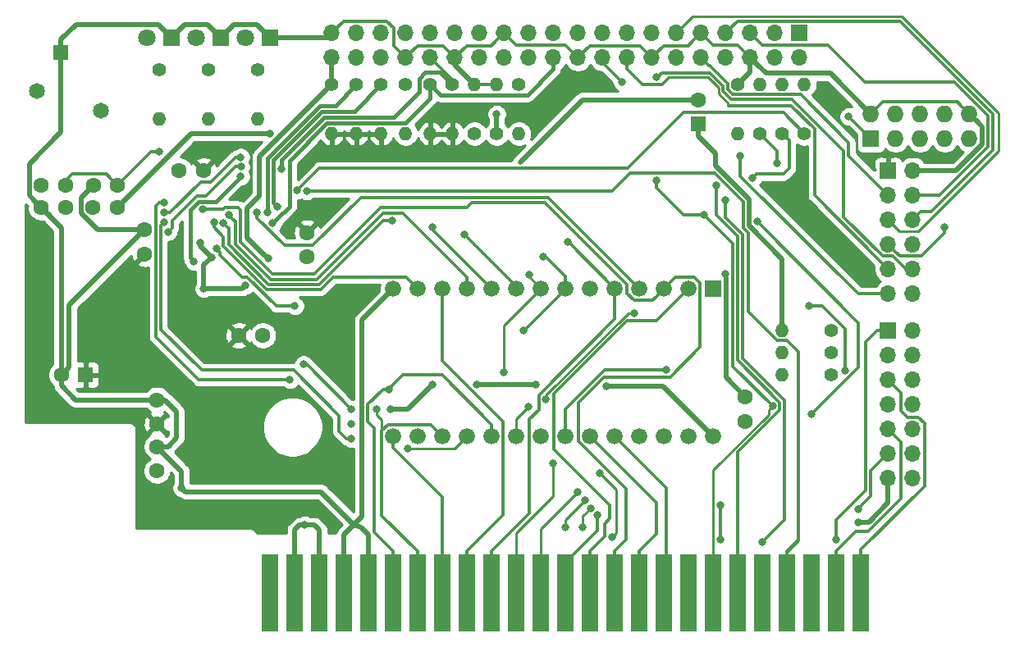
<source format=gbr>
G04 #@! TF.GenerationSoftware,KiCad,Pcbnew,(5.1.5)-3*
G04 #@! TF.CreationDate,2020-10-12T17:18:37+01:00*
G04 #@! TF.ProjectId,MSXPi1,4d535850-6931-42e6-9b69-6361645f7063,rev?*
G04 #@! TF.SameCoordinates,Original*
G04 #@! TF.FileFunction,Copper,L2,Bot*
G04 #@! TF.FilePolarity,Positive*
%FSLAX46Y46*%
G04 Gerber Fmt 4.6, Leading zero omitted, Abs format (unit mm)*
G04 Created by KiCad (PCBNEW (5.1.5)-3) date 2020-10-12 17:18:37*
%MOMM*%
%LPD*%
G04 APERTURE LIST*
%ADD10C,1.800000*%
%ADD11R,1.800000X1.800000*%
%ADD12C,1.600000*%
%ADD13R,1.600000X1.600000*%
%ADD14O,1.400000X1.400000*%
%ADD15C,1.400000*%
%ADD16R,1.800000X8.000000*%
%ADD17O,1.700000X1.700000*%
%ADD18R,1.700000X1.700000*%
%ADD19O,1.727200X1.727200*%
%ADD20R,1.727200X1.727200*%
%ADD21C,1.650000*%
%ADD22R,1.650000X1.650000*%
%ADD23C,1.676400*%
%ADD24R,1.676400X1.676400*%
%ADD25C,0.800000*%
%ADD26C,0.500000*%
%ADD27C,0.300000*%
%ADD28C,0.350000*%
%ADD29C,0.250000*%
%ADD30C,0.400000*%
%ADD31C,0.254000*%
G04 APERTURE END LIST*
D10*
X113030000Y-70358000D03*
D11*
X115570000Y-70358000D03*
D12*
X164846000Y-76748000D03*
D13*
X164846000Y-79248000D03*
D14*
X129540000Y-80264000D03*
D15*
X129540000Y-75184000D03*
D12*
X107696000Y-90170000D03*
X107696000Y-92670000D03*
D16*
X120613296Y-127670829D03*
X123153296Y-127670829D03*
X125693296Y-127670829D03*
X128233296Y-127670829D03*
X130773296Y-127670829D03*
X133313296Y-127670829D03*
X135853296Y-127670829D03*
X138393296Y-127670829D03*
X140933296Y-127670829D03*
X143473296Y-127670829D03*
X146013296Y-127670829D03*
X148553296Y-127670829D03*
X151093296Y-127670829D03*
X153633296Y-127670829D03*
X156173296Y-127670829D03*
X158713296Y-127670829D03*
X161253296Y-127670829D03*
X163793296Y-127670829D03*
X166333296Y-127670829D03*
X168873296Y-127670829D03*
X171413296Y-127670829D03*
X173953296Y-127670829D03*
X176493296Y-127670829D03*
X179033296Y-127670829D03*
X181573296Y-127670829D03*
D17*
X186944000Y-96774000D03*
X184404000Y-96774000D03*
X186944000Y-94234000D03*
X184404000Y-94234000D03*
X186944000Y-91694000D03*
X184404000Y-91694000D03*
X186944000Y-89154000D03*
X184404000Y-89154000D03*
X186944000Y-86614000D03*
X184404000Y-86614000D03*
X186944000Y-84074000D03*
D18*
X184404000Y-84074000D03*
D19*
X192786000Y-78232000D03*
X192786000Y-80772000D03*
X190246000Y-78232000D03*
X190246000Y-80772000D03*
X187706000Y-78232000D03*
X187706000Y-80772000D03*
X185166000Y-78232000D03*
X185166000Y-80772000D03*
X182626000Y-78232000D03*
D20*
X182626000Y-80772000D03*
D21*
X96560000Y-75882000D03*
X103160000Y-77882000D03*
D22*
X99060000Y-71882000D03*
D14*
X141732000Y-75184000D03*
D15*
X141732000Y-80264000D03*
D14*
X134620000Y-80264000D03*
D15*
X134620000Y-75184000D03*
D14*
X144018000Y-75184000D03*
D15*
X144018000Y-80264000D03*
D14*
X146304000Y-80264000D03*
D15*
X146304000Y-75184000D03*
D12*
X99528000Y-85598000D03*
X97028000Y-85598000D03*
X104902000Y-85598000D03*
X102402000Y-85598000D03*
X104862000Y-87884000D03*
X102362000Y-87884000D03*
X99528000Y-87884000D03*
X97028000Y-87884000D03*
D14*
X109220000Y-78740000D03*
D15*
X109220000Y-73660000D03*
D14*
X114300000Y-78740000D03*
D15*
X114300000Y-73660000D03*
D10*
X107950000Y-70358000D03*
D11*
X110490000Y-70358000D03*
D23*
X166370000Y-111506000D03*
X163830000Y-111506000D03*
X161290000Y-111506000D03*
X158750000Y-111506000D03*
X156210000Y-111506000D03*
X153670000Y-111506000D03*
X151130000Y-111506000D03*
X148590000Y-111506000D03*
X146050000Y-111506000D03*
X143510000Y-111506000D03*
X140970000Y-111506000D03*
X138430000Y-111506000D03*
X135890000Y-111506000D03*
X133350000Y-111506000D03*
X133350000Y-96266000D03*
X135890000Y-96266000D03*
X138430000Y-96266000D03*
X140970000Y-96266000D03*
X143510000Y-96266000D03*
X146050000Y-96266000D03*
X148590000Y-96266000D03*
X151130000Y-96266000D03*
X153670000Y-96266000D03*
X156210000Y-96266000D03*
X158750000Y-96266000D03*
X161290000Y-96266000D03*
X163830000Y-96266000D03*
D24*
X166370000Y-96266000D03*
D14*
X173482000Y-105156000D03*
D15*
X178562000Y-105156000D03*
D14*
X173482000Y-100584000D03*
D15*
X178562000Y-100584000D03*
D14*
X173482000Y-102870000D03*
D15*
X178562000Y-102870000D03*
D17*
X186944000Y-115824000D03*
X184404000Y-115824000D03*
X186944000Y-113284000D03*
X184404000Y-113284000D03*
X186944000Y-110744000D03*
X184404000Y-110744000D03*
X186944000Y-108204000D03*
X184404000Y-108204000D03*
X186944000Y-105664000D03*
X184404000Y-105664000D03*
X186944000Y-103124000D03*
X184404000Y-103124000D03*
X186944000Y-100584000D03*
D18*
X184404000Y-100584000D03*
D14*
X175768000Y-75184000D03*
D15*
X175768000Y-80264000D03*
D17*
X127000000Y-72390000D03*
X127000000Y-69850000D03*
X129540000Y-72390000D03*
X129540000Y-69850000D03*
X132080000Y-72390000D03*
X132080000Y-69850000D03*
X134620000Y-72390000D03*
X134620000Y-69850000D03*
X137160000Y-72390000D03*
X137160000Y-69850000D03*
X139700000Y-72390000D03*
X139700000Y-69850000D03*
X142240000Y-72390000D03*
X142240000Y-69850000D03*
X144780000Y-72390000D03*
X144780000Y-69850000D03*
X147320000Y-72390000D03*
X147320000Y-69850000D03*
X149860000Y-72390000D03*
X149860000Y-69850000D03*
X152400000Y-72390000D03*
X152400000Y-69850000D03*
X154940000Y-72390000D03*
X154940000Y-69850000D03*
X157480000Y-72390000D03*
X157480000Y-69850000D03*
X160020000Y-72390000D03*
X160020000Y-69850000D03*
X162560000Y-72390000D03*
X162560000Y-69850000D03*
X165100000Y-72390000D03*
X165100000Y-69850000D03*
X167640000Y-72390000D03*
X167640000Y-69850000D03*
X170180000Y-72390000D03*
X170180000Y-69850000D03*
X172720000Y-72390000D03*
X172720000Y-69850000D03*
X175260000Y-72390000D03*
D18*
X175260000Y-69850000D03*
D12*
X99100000Y-105156000D03*
D13*
X101600000Y-105156000D03*
D14*
X119380000Y-78740000D03*
D15*
X119380000Y-73660000D03*
D14*
X173482000Y-75184000D03*
D15*
X173482000Y-80264000D03*
D14*
X171196000Y-75184000D03*
D15*
X171196000Y-80264000D03*
D14*
X168910000Y-80264000D03*
D15*
X168910000Y-75184000D03*
D11*
X120650000Y-70358000D03*
D10*
X118110000Y-70358000D03*
D12*
X108966000Y-110236000D03*
X108966000Y-107736000D03*
X108966000Y-112562000D03*
X108966000Y-115062000D03*
X117388000Y-101092000D03*
X119888000Y-101092000D03*
X124460000Y-92964000D03*
X124460000Y-90464000D03*
X113752000Y-84074000D03*
X111252000Y-84074000D03*
X169672000Y-107442000D03*
X169672000Y-109942000D03*
D15*
X127000000Y-75184000D03*
D14*
X127000000Y-80264000D03*
X132080000Y-80264000D03*
D15*
X132080000Y-75184000D03*
X139446000Y-75184000D03*
D14*
X139446000Y-80264000D03*
D15*
X137160000Y-75184000D03*
D14*
X137160000Y-80264000D03*
D25*
X124206000Y-120650000D03*
X141986000Y-106171999D03*
X137414000Y-106172006D03*
X155356919Y-106308555D03*
X129032000Y-110236000D03*
X133096000Y-108712000D03*
X148082000Y-106172000D03*
X175514000Y-87122000D03*
X171704008Y-85598000D03*
X123444000Y-86106000D03*
X133200528Y-89209021D03*
X115822653Y-89508953D03*
X170434000Y-84836000D03*
X172961801Y-83306289D03*
X180340000Y-78486000D03*
X151384000Y-91453010D03*
X147346043Y-94815190D03*
X144780000Y-104902000D03*
X148844028Y-92964000D03*
X149860004Y-114300000D03*
X146812000Y-100584006D03*
X137370978Y-89934013D03*
X152383060Y-117228883D03*
X140716000Y-90678000D03*
X154686000Y-115316000D03*
X155956000Y-121920000D03*
X119281725Y-88428149D03*
X113649520Y-88084163D03*
X181297716Y-119029822D03*
X154432000Y-119634000D03*
X116349550Y-88659010D03*
X132858303Y-106644394D03*
X109728000Y-87391987D03*
X122682000Y-105663996D03*
X131660362Y-108726192D03*
X129032004Y-108712000D03*
X124085478Y-104084979D03*
X114829986Y-89387976D03*
X111506000Y-116840000D03*
X167640000Y-94742000D03*
X113792000Y-96266000D03*
X114568021Y-93017321D03*
X113389872Y-91537283D03*
X118097315Y-95930543D03*
X176530000Y-109220000D03*
X167132000Y-118618000D03*
X167132000Y-122174000D03*
X123190000Y-98044000D03*
X115073902Y-92109344D03*
X170908947Y-89361023D03*
X110096039Y-90394667D03*
X166683266Y-85584590D03*
X117611408Y-83679989D03*
X124442021Y-86169069D03*
X120416799Y-93158769D03*
X120343960Y-88426590D03*
X121390421Y-87786348D03*
X112776000Y-93472000D03*
X121826939Y-83897950D03*
X117600979Y-84679946D03*
X120904000Y-89484012D03*
X134874000Y-112776000D03*
X109663594Y-89389936D03*
X129032000Y-111760002D03*
X153156968Y-118102770D03*
X151130000Y-120904000D03*
X153728242Y-118923543D03*
X152908000Y-120904000D03*
X181297716Y-120370564D03*
X172477990Y-108354610D03*
X109728000Y-88392000D03*
X165401529Y-88628449D03*
X160528002Y-85084579D03*
X117602000Y-82680021D03*
X171450000Y-122428000D03*
X167640000Y-87122000D03*
X179070000Y-122174000D03*
X179936662Y-104752662D03*
X176240274Y-98032010D03*
X149098000Y-107696000D03*
X158241996Y-98806000D03*
X147320000Y-108458000D03*
X161544000Y-104648000D03*
X144018004Y-78232000D03*
X120650000Y-80264004D03*
X109152695Y-82130010D03*
X160528000Y-74422000D03*
X156972000Y-74930000D03*
X169164004Y-82550000D03*
X190246000Y-89916000D03*
D26*
X161172555Y-106308555D02*
X155922604Y-106308555D01*
X166370000Y-111506000D02*
X161172555Y-106308555D01*
X155922604Y-106308555D02*
X155356919Y-106308555D01*
X123698000Y-120650000D02*
X124206000Y-120650000D01*
X123153296Y-127670829D02*
X123153296Y-121194704D01*
X123153296Y-121194704D02*
X123698000Y-120650000D01*
X125222000Y-120650000D02*
X124206000Y-120650000D01*
X125730000Y-124534125D02*
X125730000Y-121158000D01*
X125730000Y-121158000D02*
X125222000Y-120650000D01*
X125693296Y-127670829D02*
X125693296Y-124570829D01*
X125693296Y-124570829D02*
X125730000Y-124534125D01*
X166618427Y-83566000D02*
X170058945Y-87006518D01*
X170058945Y-87006518D02*
X170058945Y-89769025D01*
X173482000Y-93192080D02*
X173482000Y-99594051D01*
X170058945Y-89769025D02*
X173482000Y-93192080D01*
X173482000Y-99594051D02*
X173482000Y-100584000D01*
X164846000Y-80548000D02*
X166618427Y-82320427D01*
X166618427Y-82320427D02*
X166618427Y-83566000D01*
X164846000Y-79248000D02*
X164846000Y-80548000D01*
X137414000Y-106172006D02*
X134874006Y-108712000D01*
X134874006Y-108712000D02*
X133096000Y-108712000D01*
X147516315Y-106172000D02*
X148082000Y-106172000D01*
X141986000Y-106171999D02*
X142551686Y-106172000D01*
X142551686Y-106172000D02*
X147516315Y-106172000D01*
X173228008Y-87122000D02*
X172104007Y-85997999D01*
X175514000Y-87122000D02*
X173228008Y-87122000D01*
X172104007Y-85997999D02*
X171704008Y-85598000D01*
D27*
X125730000Y-83820000D02*
X123843999Y-85706001D01*
X123843999Y-85706001D02*
X123444000Y-86106000D01*
X157535102Y-83820000D02*
X125730000Y-83820000D01*
D28*
X163282103Y-78072999D02*
X157535102Y-83820000D01*
X173576999Y-78072999D02*
X163282103Y-78072999D01*
X175768000Y-80264000D02*
X173576999Y-78072999D01*
D27*
X120458712Y-95817022D02*
X116341138Y-91699448D01*
X132275289Y-89209021D02*
X125667288Y-95817022D01*
X116341138Y-91699448D02*
X116341138Y-90027438D01*
X125667288Y-95817022D02*
X120458712Y-95817022D01*
X133200528Y-89209021D02*
X132275289Y-89209021D01*
X116341138Y-90027438D02*
X116222652Y-89908952D01*
X116222652Y-89908952D02*
X115822653Y-89508953D01*
D28*
X173585031Y-84436001D02*
X170833999Y-84436001D01*
X170833999Y-84436001D02*
X170434000Y-84836000D01*
X173482000Y-80264000D02*
X174181999Y-80963999D01*
X174181999Y-83839033D02*
X173585031Y-84436001D01*
X174181999Y-80963999D02*
X174181999Y-83839033D01*
X172961801Y-82029801D02*
X172961801Y-83306289D01*
X171196000Y-80264000D02*
X172961801Y-82029801D01*
D27*
X180340000Y-78486000D02*
X182626000Y-80772000D01*
X151397010Y-91453010D02*
X151384000Y-91453010D01*
X156210000Y-96266000D02*
X151397010Y-91453010D01*
X143473296Y-127670829D02*
X143473296Y-123370829D01*
X148347998Y-107270004D02*
X156210000Y-99408002D01*
X147401799Y-119442326D02*
X147401799Y-109740205D01*
X156210000Y-97451393D02*
X156210000Y-96266000D01*
X143473296Y-123370829D02*
X147401799Y-119442326D01*
X148347998Y-108794006D02*
X148347998Y-107270004D01*
X156210000Y-99408002D02*
X156210000Y-97451393D01*
X147401799Y-109740205D02*
X148347998Y-108794006D01*
D29*
X147346043Y-95022043D02*
X147346043Y-94815190D01*
X148590000Y-96266000D02*
X147346043Y-95022043D01*
X144780000Y-104336315D02*
X144780000Y-104902000D01*
X148590000Y-96266000D02*
X144780000Y-100076000D01*
X144780000Y-100076000D02*
X144780000Y-104336315D01*
D27*
X149098000Y-92964000D02*
X148844028Y-92964000D01*
X151130000Y-96266000D02*
X151130000Y-94996000D01*
X151130000Y-94996000D02*
X149098000Y-92964000D01*
D29*
X146013296Y-127670829D02*
X146013296Y-121506383D01*
X149860004Y-114865685D02*
X149860004Y-114300000D01*
X149860004Y-117659675D02*
X149860004Y-114865685D01*
X146013296Y-121506383D02*
X149860004Y-117659675D01*
X146812000Y-100584000D02*
X146812000Y-100584006D01*
X151130000Y-96266000D02*
X146812000Y-100584000D01*
D28*
X137370978Y-90126978D02*
X137370978Y-89934013D01*
X143510000Y-96266000D02*
X137370978Y-90126978D01*
D29*
X148553296Y-121058647D02*
X151983061Y-117628882D01*
X151983061Y-117628882D02*
X152383060Y-117228883D01*
X148553296Y-127670829D02*
X148553296Y-121058647D01*
D28*
X146050000Y-96012000D02*
X146050000Y-96266000D01*
X140716000Y-90678000D02*
X146050000Y-96012000D01*
D27*
X149334991Y-86850991D02*
X129975009Y-86850991D01*
X158750000Y-96266000D02*
X149334991Y-86850991D01*
X122101890Y-91813999D02*
X119281725Y-88993834D01*
X119281725Y-88993834D02*
X119281725Y-88428149D01*
X125012001Y-91813999D02*
X122101890Y-91813999D01*
X129975009Y-86850991D02*
X125012001Y-91813999D01*
D29*
X156355999Y-116985999D02*
X156355999Y-121520001D01*
X154686000Y-115316000D02*
X156355999Y-116985999D01*
X156355999Y-121520001D02*
X155956000Y-121920000D01*
D27*
X161904002Y-105398002D02*
X165018201Y-102283803D01*
X157373296Y-116893292D02*
X152481799Y-112001795D01*
X156173296Y-127670829D02*
X156173296Y-123370829D01*
X164400337Y-95077799D02*
X162478201Y-95077799D01*
X165018201Y-102283803D02*
X165018201Y-95695663D01*
X152481799Y-112001795D02*
X152481799Y-108028199D01*
X156173296Y-123370829D02*
X157373296Y-122170829D01*
X155111996Y-105398002D02*
X161904002Y-105398002D01*
X152481799Y-108028199D02*
X155111996Y-105398002D01*
X162478201Y-95077799D02*
X162128199Y-95427801D01*
X165018201Y-95695663D02*
X164400337Y-95077799D01*
X162128199Y-95427801D02*
X161290000Y-96266000D01*
X157373296Y-122170829D02*
X157373296Y-116893292D01*
X160451801Y-97104199D02*
X161290000Y-96266000D01*
X160101799Y-97454201D02*
X160451801Y-97104199D01*
X158179663Y-97454201D02*
X160101799Y-97454201D01*
X157460538Y-95832542D02*
X157460538Y-96735076D01*
X141489999Y-87376000D02*
X149003996Y-87376000D01*
X149003996Y-87376000D02*
X157460538Y-95832542D01*
X157460538Y-96735076D02*
X158179663Y-97454201D01*
D28*
X115777395Y-88084163D02*
X113649520Y-88084163D01*
X117348009Y-87884009D02*
X115977549Y-87884009D01*
X117602000Y-88138000D02*
X117348009Y-87884009D01*
X117602000Y-91440003D02*
X117602000Y-88138000D01*
X140970000Y-87884000D02*
X132080000Y-87884000D01*
X132080000Y-87884000D02*
X125222000Y-94742000D01*
X120903997Y-94742000D02*
X117602000Y-91440003D01*
X125222000Y-94742000D02*
X120903997Y-94742000D01*
X115977549Y-87884009D02*
X115777395Y-88084163D01*
X141478000Y-87376000D02*
X140970000Y-87884000D01*
D27*
X182607108Y-115080892D02*
X182607108Y-117720430D01*
X182607108Y-117720430D02*
X181697715Y-118629823D01*
X184404000Y-113284000D02*
X182607108Y-115080892D01*
X181697715Y-118629823D02*
X181297716Y-119029822D01*
X154432000Y-121232125D02*
X154432000Y-120199685D01*
X151093296Y-127670829D02*
X151093296Y-124570829D01*
X151093296Y-124570829D02*
X154432000Y-121232125D01*
X154432000Y-120199685D02*
X154432000Y-119634000D01*
D28*
X134323404Y-88434011D02*
X132307821Y-88434011D01*
X117051989Y-91667825D02*
X117051989Y-89361449D01*
X132307821Y-88434011D02*
X125449822Y-95292011D01*
X116749549Y-89059009D02*
X116349550Y-88659010D01*
X117051989Y-89361449D02*
X116749549Y-89059009D01*
X120676175Y-95292010D02*
X117051989Y-91667825D01*
X125449822Y-95292011D02*
X120676175Y-95292010D01*
X140970000Y-95080607D02*
X134323404Y-88434011D01*
X140970000Y-96266000D02*
X140970000Y-95080607D01*
D27*
X143510000Y-111506000D02*
X143510000Y-110320607D01*
X130704973Y-110018930D02*
X130704973Y-108232039D01*
X132292618Y-106644394D02*
X132858303Y-106644394D01*
X133258302Y-106244395D02*
X132858303Y-106644394D01*
X131329998Y-110643955D02*
X130704973Y-110018930D01*
X131329998Y-121387531D02*
X131329998Y-110643955D01*
X138357391Y-105167998D02*
X134334699Y-105167998D01*
X133313296Y-123370829D02*
X131329998Y-121387531D01*
X133313296Y-127670829D02*
X133313296Y-123370829D01*
X134334699Y-105167998D02*
X133258302Y-106244395D01*
X143510000Y-110320607D02*
X138357391Y-105167998D01*
X130704973Y-108232039D02*
X132292618Y-106644394D01*
X122116315Y-105663996D02*
X122682000Y-105663996D01*
X108846001Y-87708301D02*
X108846001Y-101226001D01*
X109162315Y-87391987D02*
X108846001Y-87708301D01*
X108846001Y-101226001D02*
X113283996Y-105663996D01*
X109728000Y-87391987D02*
X109162315Y-87391987D01*
X113283996Y-105663996D02*
X122116315Y-105663996D01*
X135853296Y-123370829D02*
X135853296Y-127670829D01*
X132161799Y-119679332D02*
X135853296Y-123370829D01*
X132161799Y-116250201D02*
X132161799Y-119679332D01*
X132779663Y-110317799D02*
X132161799Y-110935663D01*
X132161799Y-110935663D02*
X132161799Y-116250201D01*
D29*
X131660362Y-109291877D02*
X131660362Y-108726192D01*
X132161799Y-109793314D02*
X131660362Y-109291877D01*
D27*
X138430000Y-111506000D02*
X137241799Y-110317799D01*
D29*
X132161799Y-116250201D02*
X132161799Y-109793314D01*
D27*
X137241799Y-110317799D02*
X132779663Y-110317799D01*
X129032004Y-108712000D02*
X124404983Y-104084979D01*
X124404983Y-104084979D02*
X124085478Y-104084979D01*
X135890000Y-96266000D02*
X134671032Y-95047032D01*
X134671032Y-95047032D02*
X127144400Y-95047032D01*
X114829986Y-89953661D02*
X114829986Y-89387976D01*
X115793566Y-91858998D02*
X115793566Y-90917241D01*
X127144400Y-95047032D02*
X125874399Y-96317033D01*
X115793566Y-90917241D02*
X114829986Y-89953661D01*
X120251600Y-96317032D02*
X115793566Y-91858998D01*
X125874399Y-96317033D02*
X120251600Y-96317032D01*
X138393296Y-117734689D02*
X138393296Y-123370829D01*
X133350000Y-112691393D02*
X138393296Y-117734689D01*
X138393296Y-123370829D02*
X138393296Y-127670829D01*
X133350000Y-111506000D02*
X133350000Y-112691393D01*
X138430000Y-103726004D02*
X138430000Y-97451393D01*
X140933296Y-123370829D02*
X144698201Y-119605924D01*
X138430000Y-97451393D02*
X138430000Y-96266000D01*
X144698201Y-109994205D02*
X138430000Y-103726004D01*
X144698201Y-119605924D02*
X144698201Y-109994205D01*
X140933296Y-127670829D02*
X140933296Y-123370829D01*
X165099998Y-76708000D02*
X164861977Y-76469979D01*
D28*
X133770001Y-71540001D02*
X134620000Y-72390000D01*
X133394999Y-71164999D02*
X133770001Y-71540001D01*
X133394999Y-69351997D02*
X133394999Y-71164999D01*
X132668001Y-68624999D02*
X133394999Y-69351997D01*
X128225001Y-68624999D02*
X132668001Y-68624999D01*
X127000000Y-69850000D02*
X128225001Y-68624999D01*
X138474999Y-71164999D02*
X138850001Y-71540001D01*
X138850001Y-71540001D02*
X139700000Y-72390000D01*
X135845001Y-71164999D02*
X138474999Y-71164999D01*
X134620000Y-72390000D02*
X135845001Y-71164999D01*
X143465001Y-71164999D02*
X143930001Y-70699999D01*
X140925001Y-71164999D02*
X143465001Y-71164999D01*
X143930001Y-70699999D02*
X144780000Y-69850000D01*
X139700000Y-72390000D02*
X140925001Y-71164999D01*
X151550001Y-71540001D02*
X152400000Y-72390000D01*
X146005001Y-71075001D02*
X151085001Y-71075001D01*
X151085001Y-71075001D02*
X151550001Y-71540001D01*
X144780000Y-69850000D02*
X146005001Y-71075001D01*
X158794999Y-71164999D02*
X159170001Y-71540001D01*
X159170001Y-71540001D02*
X160020000Y-72390000D01*
X153625001Y-71164999D02*
X158794999Y-71164999D01*
X152400000Y-72390000D02*
X153625001Y-71164999D01*
X164250001Y-70699999D02*
X165100000Y-69850000D01*
X163785001Y-71164999D02*
X164250001Y-70699999D01*
X161245001Y-71164999D02*
X163785001Y-71164999D01*
X160020000Y-72390000D02*
X161245001Y-71164999D01*
X168865001Y-71075001D02*
X169330001Y-71540001D01*
X169330001Y-71540001D02*
X170180000Y-72390000D01*
X166325001Y-71075001D02*
X168865001Y-71075001D01*
X165100000Y-69850000D02*
X166325001Y-71075001D01*
D26*
X170180000Y-73914000D02*
X168910000Y-75184000D01*
X170180000Y-72390000D02*
X170180000Y-73914000D01*
X139700000Y-73152000D02*
X141732000Y-75184000D01*
X139700000Y-72390000D02*
X139700000Y-73152000D01*
D28*
X141732000Y-75184000D02*
X144018000Y-75184000D01*
X191922401Y-77368401D02*
X192786000Y-78232000D01*
X191547399Y-76993399D02*
X191922401Y-77368401D01*
X183864601Y-76993399D02*
X191547399Y-76993399D01*
X182626000Y-78232000D02*
X183864601Y-76993399D01*
D26*
X130773296Y-121629296D02*
X130773296Y-127670829D01*
X130048000Y-120904000D02*
X130773296Y-121629296D01*
X111905999Y-117239999D02*
X125875999Y-117239999D01*
X111506000Y-116840000D02*
X111905999Y-117239999D01*
X125875999Y-117239999D02*
X129286000Y-120650000D01*
X129286000Y-120650000D02*
X130048000Y-120904000D01*
X111506000Y-115102000D02*
X111506000Y-116840000D01*
X108966000Y-112562000D02*
X111506000Y-115102000D01*
X109768000Y-107736000D02*
X108966000Y-107736000D01*
X110998000Y-108966000D02*
X109768000Y-107736000D01*
X108966000Y-112562000D02*
X110097370Y-112562000D01*
X110998000Y-111661370D02*
X110998000Y-108966000D01*
X110097370Y-112562000D02*
X110998000Y-111661370D01*
X107834630Y-107736000D02*
X108966000Y-107736000D01*
X100548630Y-107736000D02*
X107834630Y-107736000D01*
X99100000Y-106287370D02*
X100548630Y-107736000D01*
X99100000Y-105156000D02*
X99100000Y-106287370D01*
X171029999Y-73239999D02*
X170180000Y-72390000D01*
X171823999Y-74033999D02*
X171029999Y-73239999D01*
X178427999Y-74033999D02*
X171823999Y-74033999D01*
X182626000Y-78232000D02*
X178427999Y-74033999D01*
X186944000Y-84074000D02*
X191428130Y-84074000D01*
X194099601Y-81402531D02*
X194099601Y-79545601D01*
X191428130Y-84074000D02*
X194099601Y-81402531D01*
X193649599Y-79095599D02*
X192786000Y-78232000D01*
X194099601Y-79545601D02*
X193649599Y-79095599D01*
X128233296Y-123170829D02*
X128270000Y-123134125D01*
X128233296Y-127670829D02*
X128233296Y-123170829D01*
X128270000Y-123134125D02*
X128270000Y-121666000D01*
X128270000Y-121666000D02*
X129032000Y-120904000D01*
X129032000Y-120904000D02*
X129286000Y-120650000D01*
X98278001Y-89134001D02*
X97827999Y-88683999D01*
X97827999Y-88683999D02*
X97028000Y-87884000D01*
X99100000Y-89956000D02*
X97028000Y-87884000D01*
X99100000Y-105156000D02*
X99100000Y-89956000D01*
X96228001Y-87084001D02*
X97028000Y-87884000D01*
X95777999Y-86633999D02*
X96228001Y-87084001D01*
X95777999Y-83376999D02*
X95777999Y-86633999D01*
X99100000Y-105156000D02*
X99100000Y-97761998D01*
X167658201Y-105428201D02*
X167658201Y-95139867D01*
X169672000Y-107442000D02*
X167658201Y-105428201D01*
X99100000Y-93218000D02*
X99100000Y-105156000D01*
X102797998Y-90170000D02*
X106564630Y-90170000D01*
X106564630Y-90170000D02*
X107696000Y-90170000D01*
X101111999Y-88484001D02*
X102797998Y-90170000D01*
X101111999Y-86888001D02*
X101111999Y-88484001D01*
X102402000Y-85598000D02*
X101111999Y-86888001D01*
X106896001Y-90969999D02*
X107696000Y-90170000D01*
X99899999Y-97966001D02*
X106896001Y-90969999D01*
X99899999Y-104356001D02*
X99899999Y-97966001D01*
X99100000Y-105156000D02*
X99899999Y-104356001D01*
X113792000Y-96266000D02*
X113792000Y-93793342D01*
X113792000Y-93793342D02*
X114568021Y-93017321D01*
X113389872Y-91839172D02*
X113389872Y-91537283D01*
X114568021Y-93017321D02*
X113389872Y-91839172D01*
X117761858Y-96266000D02*
X118097315Y-95930543D01*
X113792000Y-96266000D02*
X117761858Y-96266000D01*
X164846000Y-76748000D02*
X152868000Y-76748000D01*
X152868000Y-76748000D02*
X146396010Y-83219990D01*
X130104962Y-119831038D02*
X129286000Y-120650000D01*
X133350000Y-96266000D02*
X130104962Y-99511038D01*
X130104962Y-99511038D02*
X130104962Y-119831038D01*
X99060000Y-80094998D02*
X95777999Y-83376999D01*
X99060000Y-71882000D02*
X99060000Y-80094998D01*
X99060000Y-70557000D02*
X99060000Y-71882000D01*
X100609001Y-69007999D02*
X99060000Y-70557000D01*
X109139999Y-69007999D02*
X100609001Y-69007999D01*
X110490000Y-70358000D02*
X109139999Y-69007999D01*
X114219999Y-69007999D02*
X111840001Y-69007999D01*
X111840001Y-69007999D02*
X110490000Y-70358000D01*
X115570000Y-70358000D02*
X114219999Y-69007999D01*
X116920001Y-69007999D02*
X115570000Y-70358000D01*
X119299999Y-69007999D02*
X116920001Y-69007999D01*
X120650000Y-70358000D02*
X119299999Y-69007999D01*
X126492000Y-70358000D02*
X127000000Y-69850000D01*
X120650000Y-70358000D02*
X126492000Y-70358000D01*
D27*
X167132000Y-118618000D02*
X167132000Y-122174000D01*
X123190000Y-98044000D02*
X121271446Y-98044000D01*
X117758489Y-95039043D02*
X115473901Y-92754455D01*
X118266490Y-95039044D02*
X117758489Y-95039043D01*
X115473901Y-92754455D02*
X115473901Y-92509343D01*
X121271446Y-98044000D02*
X118266490Y-95039044D01*
X115473901Y-92509343D02*
X115073902Y-92109344D01*
X181356000Y-104394000D02*
X181356000Y-99808076D01*
X176530000Y-109220000D02*
X181356000Y-104394000D01*
X181356000Y-99808076D02*
X171308946Y-89761022D01*
X171308946Y-89761022D02*
X170908947Y-89361023D01*
X168890010Y-90862877D02*
X166683266Y-88656133D01*
X173227991Y-108784374D02*
X173227991Y-107994609D01*
X168873296Y-113139069D02*
X173227991Y-108784374D01*
X166683266Y-88656133D02*
X166683266Y-86150275D01*
X168890010Y-103656628D02*
X168890010Y-90862877D01*
X173227991Y-107994609D02*
X168890010Y-103656628D01*
X168873296Y-127670829D02*
X168873296Y-113139069D01*
X166683266Y-86150275D02*
X166683266Y-85584590D01*
X110096039Y-90394667D02*
X110496038Y-89994668D01*
X110496038Y-89994668D02*
X110496038Y-89275810D01*
X110496038Y-89275810D02*
X113037697Y-86734151D01*
X113991561Y-86734151D02*
X117045723Y-83679989D01*
X113037697Y-86734151D02*
X113991561Y-86734151D01*
X117045723Y-83679989D02*
X117611408Y-83679989D01*
D29*
X173953296Y-123420829D02*
X175103296Y-122270829D01*
X173953296Y-127670829D02*
X173953296Y-123420829D01*
D27*
X173953296Y-127670829D02*
X173953296Y-123370829D01*
X175153296Y-122170829D02*
X175153296Y-102801296D01*
X173953296Y-123370829D02*
X175153296Y-122170829D01*
X169458934Y-87255050D02*
X166538461Y-84334577D01*
X169966934Y-90525557D02*
X169458934Y-90017557D01*
X166538461Y-84334577D02*
X157763001Y-84334577D01*
X169458934Y-90017557D02*
X169458934Y-87255050D01*
X172977999Y-101634001D02*
X169966934Y-98622936D01*
X125007706Y-86169069D02*
X124442021Y-86169069D01*
X157763001Y-84334577D02*
X155928509Y-86169069D01*
X169966934Y-98622936D02*
X169966934Y-90525557D01*
X173986001Y-101634001D02*
X172977999Y-101634001D01*
X155928509Y-86169069D02*
X125007706Y-86169069D01*
X175153296Y-102801296D02*
X173986001Y-101634001D01*
D26*
X127000000Y-72390000D02*
X127000000Y-75184000D01*
X120016800Y-92758770D02*
X120416799Y-93158769D01*
X127000000Y-75184000D02*
X119552148Y-82631852D01*
X119552148Y-86707848D02*
X118275998Y-87983998D01*
X118275998Y-87983998D02*
X118275998Y-91017968D01*
X119552148Y-82631852D02*
X119552148Y-86707848D01*
X118275998Y-91017968D02*
X120016800Y-92758770D01*
D30*
X120343960Y-87860905D02*
X120343960Y-88426590D01*
X125739288Y-77363966D02*
X120343960Y-82759294D01*
X129540000Y-75184000D02*
X127360034Y-77363966D01*
X120343960Y-82759294D02*
X120343960Y-87860905D01*
X127360034Y-77363966D02*
X125739288Y-77363966D01*
X120990422Y-87386349D02*
X121390421Y-87786348D01*
X125987819Y-77963977D02*
X120990422Y-82961374D01*
X132080000Y-75184000D02*
X129300023Y-77963977D01*
X120990422Y-82961374D02*
X120990422Y-87386349D01*
X129300023Y-77963977D02*
X125987819Y-77963977D01*
D28*
X139446000Y-74676000D02*
X139446000Y-75184000D01*
X137160000Y-72390000D02*
X139446000Y-74676000D01*
D30*
X136020001Y-74545999D02*
X136020001Y-75907999D01*
X126236350Y-78563988D02*
X121826939Y-82973399D01*
X136652000Y-73914000D02*
X136020001Y-74545999D01*
X121826939Y-83332265D02*
X121826939Y-83897950D01*
X121826939Y-82973399D02*
X121826939Y-83332265D01*
X136020001Y-75907999D02*
X133364012Y-78563988D01*
X138176000Y-73914000D02*
X136652000Y-73914000D01*
X139446000Y-75184000D02*
X138176000Y-73914000D01*
X133364012Y-78563988D02*
X126236350Y-78563988D01*
X117200980Y-85079945D02*
X117600979Y-84679946D01*
X112376001Y-93072001D02*
X112376001Y-88173680D01*
X114996763Y-87284162D02*
X117200980Y-85079945D01*
X113265519Y-87284162D02*
X114996763Y-87284162D01*
X112376001Y-88173680D02*
X113265519Y-87284162D01*
X112776000Y-93472000D02*
X112376001Y-93072001D01*
X149860000Y-73592081D02*
X149860000Y-72390000D01*
X147168080Y-76284001D02*
X149860000Y-73592081D01*
X137160000Y-75184000D02*
X138260001Y-76284001D01*
X138260001Y-76284001D02*
X147168080Y-76284001D01*
X121303999Y-89084013D02*
X120904000Y-89484012D01*
X122626949Y-87761063D02*
X121303999Y-89084013D01*
X137160000Y-75184000D02*
X137160000Y-76583998D01*
X137160000Y-76583998D02*
X134579999Y-79163999D01*
X134579999Y-79163999D02*
X126484881Y-79163999D01*
X126484881Y-79163999D02*
X122626949Y-83021931D01*
X122626949Y-83021931D02*
X122626949Y-87761063D01*
D29*
X139700000Y-112776000D02*
X140970000Y-111506000D01*
X134874000Y-112776000D02*
X139700000Y-112776000D01*
D27*
X128524002Y-111760002D02*
X129032000Y-111760002D01*
X127762000Y-109379996D02*
X127762000Y-110998000D01*
X109346029Y-89707501D02*
X109346029Y-100456029D01*
X113549998Y-104659998D02*
X123042002Y-104659998D01*
X109663594Y-89389936D02*
X109346029Y-89707501D01*
X127762000Y-110998000D02*
X128524002Y-111760002D01*
X109346029Y-100456029D02*
X113549998Y-104659998D01*
X123042002Y-104659998D02*
X127762000Y-109379996D01*
D29*
X153156968Y-118102770D02*
X151130000Y-120129738D01*
X151130000Y-120129738D02*
X151130000Y-120904000D01*
X152908000Y-119743785D02*
X152908000Y-120904000D01*
X153728242Y-118923543D02*
X152908000Y-119743785D01*
D27*
X155156610Y-121847515D02*
X153633296Y-123370829D01*
X155690002Y-119994002D02*
X155156610Y-120527394D01*
X155690002Y-118638364D02*
X155690002Y-119994002D01*
X149916225Y-112864587D02*
X155690002Y-118638364D01*
X149916225Y-107131775D02*
X149916225Y-112864587D01*
X155156610Y-120527394D02*
X155156610Y-121847515D01*
X157468001Y-99579999D02*
X149916225Y-107131775D01*
X160516001Y-99579999D02*
X157468001Y-99579999D01*
X163830000Y-96266000D02*
X160516001Y-99579999D01*
X153633296Y-123370829D02*
X153633296Y-127670829D01*
X158713296Y-123370829D02*
X158713296Y-127670829D01*
X153670000Y-111506000D02*
X160528000Y-118364000D01*
X160528000Y-121556125D02*
X158713296Y-123370829D01*
X160528000Y-118364000D02*
X160528000Y-121556125D01*
D26*
X184404000Y-118396680D02*
X182430116Y-120370564D01*
X184404000Y-115824000D02*
X184404000Y-118396680D01*
X182430116Y-120370564D02*
X181863401Y-120370564D01*
X181863401Y-120370564D02*
X181297716Y-120370564D01*
D27*
X161253296Y-124570829D02*
X161253296Y-127670829D01*
X161544000Y-124280125D02*
X161253296Y-124570829D01*
X156210000Y-111506000D02*
X161544000Y-116840000D01*
X161544000Y-116840000D02*
X161544000Y-124280125D01*
D29*
X166333296Y-127670829D02*
X166333296Y-115007304D01*
X172077991Y-109262609D02*
X172077991Y-108754609D01*
X172077991Y-108754609D02*
X172477990Y-108354610D01*
X166333296Y-115007304D02*
X172077991Y-109262609D01*
D27*
X168390001Y-91616921D02*
X165801528Y-89028448D01*
X165801528Y-89028448D02*
X165401529Y-88628449D01*
X168390001Y-104266621D02*
X168390001Y-91616921D01*
X172477990Y-108354610D02*
X168390001Y-104266621D01*
X160528000Y-85084581D02*
X160528002Y-85084579D01*
X163316439Y-88628449D02*
X160528000Y-85840010D01*
X165401529Y-88628449D02*
X163316439Y-88628449D01*
X160528000Y-85840010D02*
X160528000Y-85084581D01*
X113461684Y-85224001D02*
X114492335Y-85224001D01*
X117036315Y-82680021D02*
X117602000Y-82680021D01*
X114492335Y-85224001D02*
X117036315Y-82680021D01*
X110293685Y-88392000D02*
X113461684Y-85224001D01*
X109728000Y-88392000D02*
X110293685Y-88392000D01*
X167640000Y-88905745D02*
X167640000Y-87687685D01*
X169390021Y-90655766D02*
X167640000Y-88905745D01*
X167640000Y-87687685D02*
X167640000Y-87122000D01*
X169390021Y-103449517D02*
X169390021Y-90655766D01*
X171450000Y-122428000D02*
X173728002Y-120149998D01*
X173728002Y-120149998D02*
X173728001Y-107787497D01*
X173728001Y-107787497D02*
X169390021Y-103449517D01*
X183254000Y-100584000D02*
X182107097Y-101730903D01*
X179070000Y-121608315D02*
X179070000Y-122174000D01*
X182107097Y-117110439D02*
X179070000Y-120147536D01*
X179070000Y-120147536D02*
X179070000Y-121608315D01*
X182107097Y-101730903D02*
X182107097Y-117110439D01*
X184404000Y-100584000D02*
X183254000Y-100584000D01*
X176805959Y-98032010D02*
X176240274Y-98032010D01*
X177564012Y-98032010D02*
X176805959Y-98032010D01*
X179936662Y-100404660D02*
X177564012Y-98032010D01*
X179936662Y-104752662D02*
X179936662Y-100404660D01*
X185253999Y-111593999D02*
X184404000Y-110744000D01*
X185743999Y-112083999D02*
X185253999Y-111593999D01*
X185743999Y-117905224D02*
X185743999Y-112083999D01*
X181059513Y-121344612D02*
X182304612Y-121344612D01*
X179033296Y-123370829D02*
X181059513Y-121344612D01*
X179033296Y-127670829D02*
X179033296Y-123370829D01*
X182304612Y-121344612D02*
X185743999Y-117905224D01*
X188144001Y-116633655D02*
X188144001Y-110167999D01*
X186367999Y-109543999D02*
X185743999Y-108919999D01*
X181573296Y-127670829D02*
X181573296Y-123204360D01*
X187520001Y-109543999D02*
X186367999Y-109543999D01*
X185743999Y-108919999D02*
X185743999Y-107003999D01*
X181573296Y-123204360D02*
X188144001Y-116633655D01*
X185253999Y-106513999D02*
X184404000Y-105664000D01*
X188144001Y-110167999D02*
X187520001Y-109543999D01*
X185743999Y-107003999D02*
X185253999Y-106513999D01*
D29*
X146050000Y-111506000D02*
X146050000Y-109728000D01*
X146050000Y-109728000D02*
X147320000Y-108458000D01*
X157676311Y-98806000D02*
X158241996Y-98806000D01*
X157570234Y-98806000D02*
X157676311Y-98806000D01*
X149098000Y-107278234D02*
X157570234Y-98806000D01*
X149098000Y-107696000D02*
X149098000Y-107278234D01*
D27*
X160978315Y-104648000D02*
X161544000Y-104648000D01*
X151130000Y-108672876D02*
X155154876Y-104648000D01*
X155154876Y-104648000D02*
X160978315Y-104648000D01*
X151130000Y-111506000D02*
X151130000Y-108672876D01*
D26*
X144018004Y-80263996D02*
X144018000Y-80264000D01*
X144018004Y-78232000D02*
X144018004Y-80263996D01*
X112481996Y-80264004D02*
X120084315Y-80264004D01*
X120084315Y-80264004D02*
X120650000Y-80264004D01*
X104862000Y-87884000D02*
X112481996Y-80264004D01*
D28*
X103726999Y-84422999D02*
X104102001Y-84798001D01*
X100195001Y-84422999D02*
X103726999Y-84422999D01*
X104102001Y-84798001D02*
X104902000Y-85598000D01*
X99020000Y-85598000D02*
X100195001Y-84422999D01*
X108369990Y-82130010D02*
X109152695Y-82130010D01*
X104902000Y-85598000D02*
X108369990Y-82130010D01*
D27*
X186944000Y-94234000D02*
X186236880Y-94234000D01*
X179832000Y-88898002D02*
X179832000Y-82066876D01*
X184896881Y-92894001D02*
X183827999Y-92894001D01*
X183827999Y-92894001D02*
X179832000Y-88898002D01*
X179832000Y-82066876D02*
X174499136Y-76734012D01*
X167359988Y-75895112D02*
X167359988Y-75338456D01*
X167359988Y-75338456D02*
X166001510Y-73979978D01*
X174499136Y-76734012D02*
X168198888Y-76734012D01*
X166001510Y-73979978D02*
X161052715Y-73979978D01*
X161052715Y-73979978D02*
X160598703Y-74433990D01*
X168198888Y-76734012D02*
X167359988Y-75895112D01*
X186236880Y-94234000D02*
X184896881Y-92894001D01*
X154940000Y-72898000D02*
X154940000Y-72390000D01*
X156972000Y-74930000D02*
X154940000Y-72898000D01*
X169164004Y-83115685D02*
X169164004Y-82550000D01*
X184404000Y-96774000D02*
X181298311Y-96774000D01*
X181298311Y-96774000D02*
X169164004Y-84639693D01*
X169164004Y-84639693D02*
X169164004Y-83115685D01*
X183554001Y-93384001D02*
X184404000Y-94234000D01*
X176818001Y-79759999D02*
X176818001Y-86648001D01*
X167967113Y-77343991D02*
X174401993Y-77343991D01*
X176818001Y-86648001D02*
X183554001Y-93384001D01*
X174401993Y-77343991D02*
X176818001Y-79759999D01*
X157480000Y-72390000D02*
X157480000Y-73592097D01*
X159071903Y-75184000D02*
X161036000Y-75184000D01*
X157480000Y-73592097D02*
X159071903Y-75184000D01*
D29*
X166884977Y-76091867D02*
X167967113Y-77174003D01*
X161036000Y-75184000D02*
X161765011Y-74454989D01*
X167967113Y-77174003D02*
X167967113Y-77343991D01*
X165804755Y-74454989D02*
X166884977Y-75535211D01*
X161765011Y-74454989D02*
X165804755Y-74454989D01*
X166884977Y-75535211D02*
X166884977Y-76091867D01*
D27*
X185253999Y-92543999D02*
X184404000Y-91694000D01*
X185604001Y-92894001D02*
X185253999Y-92543999D01*
X187833684Y-92894001D02*
X185604001Y-92894001D01*
X190246000Y-90481685D02*
X187833684Y-92894001D01*
X190246000Y-89916000D02*
X190246000Y-90481685D01*
D29*
X164235010Y-68174990D02*
X162560000Y-69850000D01*
X185846973Y-68174990D02*
X164235010Y-68174990D01*
X195834000Y-78162017D02*
X185846973Y-68174990D01*
X185579001Y-90329001D02*
X187508001Y-90329001D01*
X184404000Y-89154000D02*
X185579001Y-90329001D01*
X187508001Y-90329001D02*
X195580000Y-82296000D01*
X195834000Y-82042000D02*
X195834000Y-78162017D01*
X195580000Y-82296000D02*
X195834000Y-82042000D01*
D27*
X175413369Y-76234001D02*
X180332011Y-81152643D01*
X167859999Y-75131345D02*
X167859999Y-75688001D01*
X167859999Y-75688001D02*
X168405999Y-76234001D01*
X180332011Y-82542011D02*
X183554001Y-85764001D01*
X168405999Y-76234001D02*
X175413369Y-76234001D01*
X180332011Y-81152643D02*
X180332011Y-82542011D01*
X165968653Y-73239999D02*
X167859999Y-75131345D01*
X165949999Y-73239999D02*
X165968653Y-73239999D01*
X183554001Y-85764001D02*
X184404000Y-86614000D01*
X165100000Y-72390000D02*
X165949999Y-73239999D01*
X167640000Y-69850000D02*
X168840000Y-68650000D01*
X185650218Y-68650000D02*
X195199620Y-78199402D01*
X187793999Y-88304001D02*
X186944000Y-89154000D01*
X168840000Y-68650000D02*
X185650218Y-68650000D01*
X188861235Y-88304001D02*
X187793999Y-88304001D01*
X195199620Y-78199402D02*
X195199620Y-81965616D01*
X195199620Y-81965616D02*
X188861235Y-88304001D01*
X178144891Y-71112011D02*
X171442011Y-71112011D01*
X186944000Y-86614000D02*
X189736672Y-86614000D01*
X189736672Y-86614000D02*
X194699611Y-81651061D01*
X181954891Y-74922011D02*
X178144891Y-71112011D01*
X171442011Y-71112011D02*
X171029999Y-70699999D01*
X191215111Y-74922011D02*
X181954891Y-74922011D01*
X171029999Y-70699999D02*
X170180000Y-69850000D01*
X194699611Y-78406511D02*
X191215111Y-74922011D01*
X194699611Y-81651061D02*
X194699611Y-78406511D01*
D31*
G36*
X95599983Y-87707561D02*
G01*
X95593000Y-87742665D01*
X95593000Y-88025335D01*
X95648147Y-88302574D01*
X95756320Y-88563727D01*
X95913363Y-88798759D01*
X96113241Y-88998637D01*
X96348273Y-89155680D01*
X96609426Y-89263853D01*
X96886665Y-89319000D01*
X97169335Y-89319000D01*
X97204438Y-89312017D01*
X98215001Y-90322580D01*
X98215001Y-93174516D01*
X98215000Y-93174524D01*
X98215000Y-104021479D01*
X98185241Y-104041363D01*
X97985363Y-104241241D01*
X97828320Y-104476273D01*
X97720147Y-104737426D01*
X97665000Y-105014665D01*
X97665000Y-105297335D01*
X97720147Y-105574574D01*
X97828320Y-105835727D01*
X97985363Y-106070759D01*
X98185241Y-106270637D01*
X98210750Y-106287681D01*
X98227805Y-106460860D01*
X98278412Y-106627683D01*
X98360590Y-106781429D01*
X98443468Y-106882416D01*
X98443471Y-106882419D01*
X98471184Y-106916187D01*
X98504951Y-106943899D01*
X99892100Y-108331049D01*
X99919813Y-108364817D01*
X99953581Y-108392530D01*
X99953583Y-108392532D01*
X99981846Y-108415727D01*
X100054571Y-108475411D01*
X100208317Y-108557589D01*
X100375140Y-108608195D01*
X100505153Y-108621000D01*
X100505163Y-108621000D01*
X100548629Y-108625281D01*
X100592095Y-108621000D01*
X107831479Y-108621000D01*
X107851363Y-108650759D01*
X108051241Y-108850637D01*
X108251869Y-108984692D01*
X108224486Y-108999329D01*
X108152903Y-109243298D01*
X108966000Y-110056395D01*
X109779097Y-109243298D01*
X109707514Y-108999329D01*
X109678659Y-108985676D01*
X109731074Y-108950653D01*
X110113001Y-109332580D01*
X110113001Y-109468176D01*
X109958702Y-109422903D01*
X109145605Y-110236000D01*
X109958702Y-111049097D01*
X110113000Y-111003824D01*
X110113000Y-111294791D01*
X109920594Y-111487198D01*
X109880759Y-111447363D01*
X109742120Y-111354727D01*
X109779097Y-111228702D01*
X108966000Y-110415605D01*
X108152903Y-111228702D01*
X108189880Y-111354727D01*
X108051241Y-111447363D01*
X107851363Y-111647241D01*
X107694320Y-111882273D01*
X107586147Y-112143426D01*
X107531000Y-112420665D01*
X107531000Y-112703335D01*
X107586147Y-112980574D01*
X107694320Y-113241727D01*
X107851363Y-113476759D01*
X108051241Y-113676637D01*
X108253827Y-113812000D01*
X108051241Y-113947363D01*
X107851363Y-114147241D01*
X107694320Y-114382273D01*
X107586147Y-114643426D01*
X107531000Y-114920665D01*
X107531000Y-115203335D01*
X107586147Y-115480574D01*
X107694320Y-115741727D01*
X107851363Y-115976759D01*
X108051241Y-116176637D01*
X108286273Y-116333680D01*
X108547426Y-116441853D01*
X108824665Y-116497000D01*
X109107335Y-116497000D01*
X109384574Y-116441853D01*
X109645727Y-116333680D01*
X109880759Y-116176637D01*
X110080637Y-115976759D01*
X110237680Y-115741727D01*
X110345853Y-115480574D01*
X110393493Y-115241072D01*
X110621000Y-115468579D01*
X110621001Y-116301545D01*
X110588795Y-116349744D01*
X110510774Y-116538102D01*
X110471000Y-116738061D01*
X110471000Y-116941939D01*
X110510774Y-117141898D01*
X110588795Y-117330256D01*
X110702063Y-117499774D01*
X110846226Y-117643937D01*
X111015744Y-117757205D01*
X111204102Y-117835226D01*
X111258494Y-117846045D01*
X111277182Y-117868816D01*
X111411940Y-117979410D01*
X111565686Y-118061588D01*
X111732509Y-118112194D01*
X111862522Y-118124999D01*
X111862532Y-118124999D01*
X111905998Y-118129280D01*
X111949465Y-118124999D01*
X125509421Y-118124999D01*
X128034421Y-120650000D01*
X127674951Y-121009471D01*
X127641184Y-121037183D01*
X127613471Y-121070951D01*
X127613468Y-121070954D01*
X127530590Y-121171941D01*
X127448412Y-121325687D01*
X127401427Y-121480571D01*
X126615000Y-121482762D01*
X126615000Y-121201465D01*
X126619281Y-121157999D01*
X126615000Y-121114533D01*
X126615000Y-121114523D01*
X126602195Y-120984510D01*
X126551589Y-120817687D01*
X126469411Y-120663941D01*
X126358817Y-120529183D01*
X126325044Y-120501466D01*
X125878532Y-120054954D01*
X125850817Y-120021183D01*
X125716059Y-119910589D01*
X125562313Y-119828411D01*
X125395490Y-119777805D01*
X125265477Y-119765000D01*
X125265469Y-119765000D01*
X125222000Y-119760719D01*
X125178531Y-119765000D01*
X124744454Y-119765000D01*
X124696256Y-119732795D01*
X124507898Y-119654774D01*
X124307939Y-119615000D01*
X124104061Y-119615000D01*
X123904102Y-119654774D01*
X123715744Y-119732795D01*
X123669796Y-119763497D01*
X123654531Y-119765000D01*
X123654523Y-119765000D01*
X123524510Y-119777805D01*
X123357687Y-119828411D01*
X123203941Y-119910589D01*
X123069183Y-120021183D01*
X123041468Y-120054954D01*
X122558248Y-120538174D01*
X122524480Y-120565887D01*
X122496767Y-120599655D01*
X122496764Y-120599658D01*
X122413886Y-120700645D01*
X122331708Y-120854391D01*
X122281101Y-121021214D01*
X122264015Y-121194704D01*
X122268297Y-121238183D01*
X122268297Y-121494870D01*
X119258329Y-121503254D01*
X119230710Y-121412207D01*
X119169425Y-121297550D01*
X119086948Y-121197052D01*
X118986450Y-121114575D01*
X118871793Y-121053290D01*
X118747383Y-121015550D01*
X118650419Y-121006000D01*
X118618000Y-121002807D01*
X118585581Y-121006000D01*
X106832000Y-121006000D01*
X106832000Y-110776418D01*
X106835193Y-110744000D01*
X106822450Y-110614617D01*
X106784710Y-110490207D01*
X106723425Y-110375550D01*
X106666767Y-110306512D01*
X107525783Y-110306512D01*
X107567213Y-110586130D01*
X107662397Y-110852292D01*
X107729329Y-110977514D01*
X107973298Y-111049097D01*
X108786395Y-110236000D01*
X107973298Y-109422903D01*
X107729329Y-109494486D01*
X107608429Y-109749996D01*
X107539700Y-110024184D01*
X107525783Y-110306512D01*
X106666767Y-110306512D01*
X106640948Y-110275052D01*
X106540450Y-110192575D01*
X106425793Y-110131290D01*
X106301383Y-110093550D01*
X106204419Y-110084000D01*
X106172000Y-110080807D01*
X106139581Y-110084000D01*
X95402000Y-110084000D01*
X95402000Y-87509578D01*
X95599983Y-87707561D01*
G37*
X95599983Y-87707561D02*
X95593000Y-87742665D01*
X95593000Y-88025335D01*
X95648147Y-88302574D01*
X95756320Y-88563727D01*
X95913363Y-88798759D01*
X96113241Y-88998637D01*
X96348273Y-89155680D01*
X96609426Y-89263853D01*
X96886665Y-89319000D01*
X97169335Y-89319000D01*
X97204438Y-89312017D01*
X98215001Y-90322580D01*
X98215001Y-93174516D01*
X98215000Y-93174524D01*
X98215000Y-104021479D01*
X98185241Y-104041363D01*
X97985363Y-104241241D01*
X97828320Y-104476273D01*
X97720147Y-104737426D01*
X97665000Y-105014665D01*
X97665000Y-105297335D01*
X97720147Y-105574574D01*
X97828320Y-105835727D01*
X97985363Y-106070759D01*
X98185241Y-106270637D01*
X98210750Y-106287681D01*
X98227805Y-106460860D01*
X98278412Y-106627683D01*
X98360590Y-106781429D01*
X98443468Y-106882416D01*
X98443471Y-106882419D01*
X98471184Y-106916187D01*
X98504951Y-106943899D01*
X99892100Y-108331049D01*
X99919813Y-108364817D01*
X99953581Y-108392530D01*
X99953583Y-108392532D01*
X99981846Y-108415727D01*
X100054571Y-108475411D01*
X100208317Y-108557589D01*
X100375140Y-108608195D01*
X100505153Y-108621000D01*
X100505163Y-108621000D01*
X100548629Y-108625281D01*
X100592095Y-108621000D01*
X107831479Y-108621000D01*
X107851363Y-108650759D01*
X108051241Y-108850637D01*
X108251869Y-108984692D01*
X108224486Y-108999329D01*
X108152903Y-109243298D01*
X108966000Y-110056395D01*
X109779097Y-109243298D01*
X109707514Y-108999329D01*
X109678659Y-108985676D01*
X109731074Y-108950653D01*
X110113001Y-109332580D01*
X110113001Y-109468176D01*
X109958702Y-109422903D01*
X109145605Y-110236000D01*
X109958702Y-111049097D01*
X110113000Y-111003824D01*
X110113000Y-111294791D01*
X109920594Y-111487198D01*
X109880759Y-111447363D01*
X109742120Y-111354727D01*
X109779097Y-111228702D01*
X108966000Y-110415605D01*
X108152903Y-111228702D01*
X108189880Y-111354727D01*
X108051241Y-111447363D01*
X107851363Y-111647241D01*
X107694320Y-111882273D01*
X107586147Y-112143426D01*
X107531000Y-112420665D01*
X107531000Y-112703335D01*
X107586147Y-112980574D01*
X107694320Y-113241727D01*
X107851363Y-113476759D01*
X108051241Y-113676637D01*
X108253827Y-113812000D01*
X108051241Y-113947363D01*
X107851363Y-114147241D01*
X107694320Y-114382273D01*
X107586147Y-114643426D01*
X107531000Y-114920665D01*
X107531000Y-115203335D01*
X107586147Y-115480574D01*
X107694320Y-115741727D01*
X107851363Y-115976759D01*
X108051241Y-116176637D01*
X108286273Y-116333680D01*
X108547426Y-116441853D01*
X108824665Y-116497000D01*
X109107335Y-116497000D01*
X109384574Y-116441853D01*
X109645727Y-116333680D01*
X109880759Y-116176637D01*
X110080637Y-115976759D01*
X110237680Y-115741727D01*
X110345853Y-115480574D01*
X110393493Y-115241072D01*
X110621000Y-115468579D01*
X110621001Y-116301545D01*
X110588795Y-116349744D01*
X110510774Y-116538102D01*
X110471000Y-116738061D01*
X110471000Y-116941939D01*
X110510774Y-117141898D01*
X110588795Y-117330256D01*
X110702063Y-117499774D01*
X110846226Y-117643937D01*
X111015744Y-117757205D01*
X111204102Y-117835226D01*
X111258494Y-117846045D01*
X111277182Y-117868816D01*
X111411940Y-117979410D01*
X111565686Y-118061588D01*
X111732509Y-118112194D01*
X111862522Y-118124999D01*
X111862532Y-118124999D01*
X111905998Y-118129280D01*
X111949465Y-118124999D01*
X125509421Y-118124999D01*
X128034421Y-120650000D01*
X127674951Y-121009471D01*
X127641184Y-121037183D01*
X127613471Y-121070951D01*
X127613468Y-121070954D01*
X127530590Y-121171941D01*
X127448412Y-121325687D01*
X127401427Y-121480571D01*
X126615000Y-121482762D01*
X126615000Y-121201465D01*
X126619281Y-121157999D01*
X126615000Y-121114533D01*
X126615000Y-121114523D01*
X126602195Y-120984510D01*
X126551589Y-120817687D01*
X126469411Y-120663941D01*
X126358817Y-120529183D01*
X126325044Y-120501466D01*
X125878532Y-120054954D01*
X125850817Y-120021183D01*
X125716059Y-119910589D01*
X125562313Y-119828411D01*
X125395490Y-119777805D01*
X125265477Y-119765000D01*
X125265469Y-119765000D01*
X125222000Y-119760719D01*
X125178531Y-119765000D01*
X124744454Y-119765000D01*
X124696256Y-119732795D01*
X124507898Y-119654774D01*
X124307939Y-119615000D01*
X124104061Y-119615000D01*
X123904102Y-119654774D01*
X123715744Y-119732795D01*
X123669796Y-119763497D01*
X123654531Y-119765000D01*
X123654523Y-119765000D01*
X123524510Y-119777805D01*
X123357687Y-119828411D01*
X123203941Y-119910589D01*
X123069183Y-120021183D01*
X123041468Y-120054954D01*
X122558248Y-120538174D01*
X122524480Y-120565887D01*
X122496767Y-120599655D01*
X122496764Y-120599658D01*
X122413886Y-120700645D01*
X122331708Y-120854391D01*
X122281101Y-121021214D01*
X122264015Y-121194704D01*
X122268297Y-121238183D01*
X122268297Y-121494870D01*
X119258329Y-121503254D01*
X119230710Y-121412207D01*
X119169425Y-121297550D01*
X119086948Y-121197052D01*
X118986450Y-121114575D01*
X118871793Y-121053290D01*
X118747383Y-121015550D01*
X118650419Y-121006000D01*
X118618000Y-121002807D01*
X118585581Y-121006000D01*
X106832000Y-121006000D01*
X106832000Y-110776418D01*
X106835193Y-110744000D01*
X106822450Y-110614617D01*
X106784710Y-110490207D01*
X106723425Y-110375550D01*
X106666767Y-110306512D01*
X107525783Y-110306512D01*
X107567213Y-110586130D01*
X107662397Y-110852292D01*
X107729329Y-110977514D01*
X107973298Y-111049097D01*
X108786395Y-110236000D01*
X107973298Y-109422903D01*
X107729329Y-109494486D01*
X107608429Y-109749996D01*
X107539700Y-110024184D01*
X107525783Y-110306512D01*
X106666767Y-110306512D01*
X106640948Y-110275052D01*
X106540450Y-110192575D01*
X106425793Y-110131290D01*
X106301383Y-110093550D01*
X106204419Y-110084000D01*
X106172000Y-110080807D01*
X106139581Y-110084000D01*
X95402000Y-110084000D01*
X95402000Y-87509578D01*
X95599983Y-87707561D01*
G36*
X107889748Y-92655858D02*
G01*
X107875605Y-92670000D01*
X107889748Y-92684143D01*
X107710143Y-92863748D01*
X107696000Y-92849605D01*
X106882903Y-93662702D01*
X106954486Y-93906671D01*
X107209996Y-94027571D01*
X107484184Y-94096300D01*
X107766512Y-94110217D01*
X108046130Y-94068787D01*
X108061001Y-94063469D01*
X108061002Y-101187438D01*
X108057204Y-101226001D01*
X108072360Y-101379887D01*
X108117247Y-101527860D01*
X108143522Y-101577017D01*
X108190140Y-101664234D01*
X108226298Y-101708292D01*
X108263656Y-101753813D01*
X108263660Y-101753817D01*
X108288238Y-101783765D01*
X108318186Y-101808343D01*
X112701649Y-106191806D01*
X112726232Y-106221760D01*
X112845763Y-106319858D01*
X112982136Y-106392750D01*
X113130109Y-106437638D01*
X113205022Y-106445016D01*
X113245435Y-106448996D01*
X113245440Y-106448996D01*
X113283996Y-106452793D01*
X113322552Y-106448996D01*
X122003289Y-106448996D01*
X122022226Y-106467933D01*
X122191744Y-106581201D01*
X122380102Y-106659222D01*
X122580061Y-106698996D01*
X122783939Y-106698996D01*
X122983898Y-106659222D01*
X123172256Y-106581201D01*
X123341774Y-106467933D01*
X123485937Y-106323770D01*
X123529868Y-106258022D01*
X126977000Y-109705154D01*
X126977001Y-110959438D01*
X126973203Y-110998000D01*
X126988359Y-111151886D01*
X127033246Y-111299859D01*
X127063634Y-111356710D01*
X127106139Y-111436233D01*
X127146690Y-111485644D01*
X127179655Y-111525812D01*
X127179659Y-111525816D01*
X127204237Y-111555764D01*
X127234185Y-111580342D01*
X127941655Y-112287812D01*
X127966238Y-112317766D01*
X128085769Y-112415864D01*
X128212782Y-112483753D01*
X128222142Y-112488756D01*
X128329658Y-112521371D01*
X128372226Y-112563939D01*
X128541744Y-112677207D01*
X128730102Y-112755228D01*
X128930061Y-112795002D01*
X129133939Y-112795002D01*
X129219963Y-112777891D01*
X129219963Y-119332384D01*
X126532531Y-116644953D01*
X126504816Y-116611182D01*
X126370058Y-116500588D01*
X126216312Y-116418410D01*
X126049489Y-116367804D01*
X125919476Y-116354999D01*
X125919468Y-116354999D01*
X125875999Y-116350718D01*
X125832530Y-116354999D01*
X112425382Y-116354999D01*
X112423205Y-116349744D01*
X112391000Y-116301546D01*
X112391000Y-115145465D01*
X112395281Y-115101999D01*
X112391000Y-115058533D01*
X112391000Y-115058523D01*
X112378195Y-114928510D01*
X112327589Y-114761687D01*
X112245411Y-114607941D01*
X112211810Y-114566998D01*
X112162532Y-114506953D01*
X112162530Y-114506951D01*
X112134817Y-114473183D01*
X112101050Y-114445471D01*
X110783263Y-113127685D01*
X111593050Y-112317899D01*
X111626817Y-112290187D01*
X111659587Y-112250258D01*
X111731582Y-112162532D01*
X111737411Y-112155429D01*
X111819589Y-112001683D01*
X111870195Y-111834860D01*
X111883000Y-111704847D01*
X111883000Y-111704837D01*
X111887281Y-111661371D01*
X111883000Y-111617905D01*
X111883000Y-110245406D01*
X119830716Y-110245406D01*
X119830716Y-110861372D01*
X119950885Y-111465501D01*
X120186605Y-112034579D01*
X120528817Y-112546735D01*
X120964370Y-112982288D01*
X121476526Y-113324500D01*
X122045604Y-113560220D01*
X122649733Y-113680389D01*
X123265699Y-113680389D01*
X123869828Y-113560220D01*
X124438906Y-113324500D01*
X124951062Y-112982288D01*
X125386615Y-112546735D01*
X125728827Y-112034579D01*
X125964547Y-111465501D01*
X126084716Y-110861372D01*
X126084716Y-110245406D01*
X125964547Y-109641277D01*
X125728827Y-109072199D01*
X125386615Y-108560043D01*
X124951062Y-108124490D01*
X124438906Y-107782278D01*
X123869828Y-107546558D01*
X123265699Y-107426389D01*
X122649733Y-107426389D01*
X122045604Y-107546558D01*
X121476526Y-107782278D01*
X120964370Y-108124490D01*
X120528817Y-108560043D01*
X120186605Y-109072199D01*
X119950885Y-109641277D01*
X119830716Y-110245406D01*
X111883000Y-110245406D01*
X111883000Y-109009469D01*
X111887281Y-108966000D01*
X111883000Y-108922531D01*
X111883000Y-108922523D01*
X111870195Y-108792510D01*
X111857869Y-108751876D01*
X111819589Y-108625686D01*
X111737411Y-108471941D01*
X111654532Y-108370953D01*
X111654530Y-108370951D01*
X111626817Y-108337183D01*
X111593049Y-108309470D01*
X110424534Y-107140956D01*
X110396817Y-107107183D01*
X110262059Y-106996589D01*
X110162101Y-106943161D01*
X110080637Y-106821241D01*
X109880759Y-106621363D01*
X109645727Y-106464320D01*
X109384574Y-106356147D01*
X109107335Y-106301000D01*
X108824665Y-106301000D01*
X108547426Y-106356147D01*
X108286273Y-106464320D01*
X108051241Y-106621363D01*
X107851363Y-106821241D01*
X107831479Y-106851000D01*
X100915209Y-106851000D01*
X100633176Y-106568968D01*
X100675518Y-106581812D01*
X100800000Y-106594072D01*
X101314250Y-106591000D01*
X101473000Y-106432250D01*
X101473000Y-105283000D01*
X101727000Y-105283000D01*
X101727000Y-106432250D01*
X101885750Y-106591000D01*
X102400000Y-106594072D01*
X102524482Y-106581812D01*
X102644180Y-106545502D01*
X102754494Y-106486537D01*
X102851185Y-106407185D01*
X102930537Y-106310494D01*
X102989502Y-106200180D01*
X103025812Y-106080482D01*
X103038072Y-105956000D01*
X103035000Y-105441750D01*
X102876250Y-105283000D01*
X101727000Y-105283000D01*
X101473000Y-105283000D01*
X101453000Y-105283000D01*
X101453000Y-105029000D01*
X101473000Y-105029000D01*
X101473000Y-103879750D01*
X101727000Y-103879750D01*
X101727000Y-105029000D01*
X102876250Y-105029000D01*
X103035000Y-104870250D01*
X103038072Y-104356000D01*
X103025812Y-104231518D01*
X102989502Y-104111820D01*
X102930537Y-104001506D01*
X102851185Y-103904815D01*
X102754494Y-103825463D01*
X102644180Y-103766498D01*
X102524482Y-103730188D01*
X102400000Y-103717928D01*
X101885750Y-103721000D01*
X101727000Y-103879750D01*
X101473000Y-103879750D01*
X101314250Y-103721000D01*
X100800000Y-103717928D01*
X100784999Y-103719405D01*
X100784999Y-98332579D01*
X106271434Y-92846145D01*
X106297213Y-93020130D01*
X106392397Y-93286292D01*
X106459329Y-93411514D01*
X106703298Y-93483097D01*
X107516395Y-92670000D01*
X107502253Y-92655858D01*
X107681858Y-92476253D01*
X107696000Y-92490395D01*
X107710143Y-92476253D01*
X107889748Y-92655858D01*
G37*
X107889748Y-92655858D02*
X107875605Y-92670000D01*
X107889748Y-92684143D01*
X107710143Y-92863748D01*
X107696000Y-92849605D01*
X106882903Y-93662702D01*
X106954486Y-93906671D01*
X107209996Y-94027571D01*
X107484184Y-94096300D01*
X107766512Y-94110217D01*
X108046130Y-94068787D01*
X108061001Y-94063469D01*
X108061002Y-101187438D01*
X108057204Y-101226001D01*
X108072360Y-101379887D01*
X108117247Y-101527860D01*
X108143522Y-101577017D01*
X108190140Y-101664234D01*
X108226298Y-101708292D01*
X108263656Y-101753813D01*
X108263660Y-101753817D01*
X108288238Y-101783765D01*
X108318186Y-101808343D01*
X112701649Y-106191806D01*
X112726232Y-106221760D01*
X112845763Y-106319858D01*
X112982136Y-106392750D01*
X113130109Y-106437638D01*
X113205022Y-106445016D01*
X113245435Y-106448996D01*
X113245440Y-106448996D01*
X113283996Y-106452793D01*
X113322552Y-106448996D01*
X122003289Y-106448996D01*
X122022226Y-106467933D01*
X122191744Y-106581201D01*
X122380102Y-106659222D01*
X122580061Y-106698996D01*
X122783939Y-106698996D01*
X122983898Y-106659222D01*
X123172256Y-106581201D01*
X123341774Y-106467933D01*
X123485937Y-106323770D01*
X123529868Y-106258022D01*
X126977000Y-109705154D01*
X126977001Y-110959438D01*
X126973203Y-110998000D01*
X126988359Y-111151886D01*
X127033246Y-111299859D01*
X127063634Y-111356710D01*
X127106139Y-111436233D01*
X127146690Y-111485644D01*
X127179655Y-111525812D01*
X127179659Y-111525816D01*
X127204237Y-111555764D01*
X127234185Y-111580342D01*
X127941655Y-112287812D01*
X127966238Y-112317766D01*
X128085769Y-112415864D01*
X128212782Y-112483753D01*
X128222142Y-112488756D01*
X128329658Y-112521371D01*
X128372226Y-112563939D01*
X128541744Y-112677207D01*
X128730102Y-112755228D01*
X128930061Y-112795002D01*
X129133939Y-112795002D01*
X129219963Y-112777891D01*
X129219963Y-119332384D01*
X126532531Y-116644953D01*
X126504816Y-116611182D01*
X126370058Y-116500588D01*
X126216312Y-116418410D01*
X126049489Y-116367804D01*
X125919476Y-116354999D01*
X125919468Y-116354999D01*
X125875999Y-116350718D01*
X125832530Y-116354999D01*
X112425382Y-116354999D01*
X112423205Y-116349744D01*
X112391000Y-116301546D01*
X112391000Y-115145465D01*
X112395281Y-115101999D01*
X112391000Y-115058533D01*
X112391000Y-115058523D01*
X112378195Y-114928510D01*
X112327589Y-114761687D01*
X112245411Y-114607941D01*
X112211810Y-114566998D01*
X112162532Y-114506953D01*
X112162530Y-114506951D01*
X112134817Y-114473183D01*
X112101050Y-114445471D01*
X110783263Y-113127685D01*
X111593050Y-112317899D01*
X111626817Y-112290187D01*
X111659587Y-112250258D01*
X111731582Y-112162532D01*
X111737411Y-112155429D01*
X111819589Y-112001683D01*
X111870195Y-111834860D01*
X111883000Y-111704847D01*
X111883000Y-111704837D01*
X111887281Y-111661371D01*
X111883000Y-111617905D01*
X111883000Y-110245406D01*
X119830716Y-110245406D01*
X119830716Y-110861372D01*
X119950885Y-111465501D01*
X120186605Y-112034579D01*
X120528817Y-112546735D01*
X120964370Y-112982288D01*
X121476526Y-113324500D01*
X122045604Y-113560220D01*
X122649733Y-113680389D01*
X123265699Y-113680389D01*
X123869828Y-113560220D01*
X124438906Y-113324500D01*
X124951062Y-112982288D01*
X125386615Y-112546735D01*
X125728827Y-112034579D01*
X125964547Y-111465501D01*
X126084716Y-110861372D01*
X126084716Y-110245406D01*
X125964547Y-109641277D01*
X125728827Y-109072199D01*
X125386615Y-108560043D01*
X124951062Y-108124490D01*
X124438906Y-107782278D01*
X123869828Y-107546558D01*
X123265699Y-107426389D01*
X122649733Y-107426389D01*
X122045604Y-107546558D01*
X121476526Y-107782278D01*
X120964370Y-108124490D01*
X120528817Y-108560043D01*
X120186605Y-109072199D01*
X119950885Y-109641277D01*
X119830716Y-110245406D01*
X111883000Y-110245406D01*
X111883000Y-109009469D01*
X111887281Y-108966000D01*
X111883000Y-108922531D01*
X111883000Y-108922523D01*
X111870195Y-108792510D01*
X111857869Y-108751876D01*
X111819589Y-108625686D01*
X111737411Y-108471941D01*
X111654532Y-108370953D01*
X111654530Y-108370951D01*
X111626817Y-108337183D01*
X111593049Y-108309470D01*
X110424534Y-107140956D01*
X110396817Y-107107183D01*
X110262059Y-106996589D01*
X110162101Y-106943161D01*
X110080637Y-106821241D01*
X109880759Y-106621363D01*
X109645727Y-106464320D01*
X109384574Y-106356147D01*
X109107335Y-106301000D01*
X108824665Y-106301000D01*
X108547426Y-106356147D01*
X108286273Y-106464320D01*
X108051241Y-106621363D01*
X107851363Y-106821241D01*
X107831479Y-106851000D01*
X100915209Y-106851000D01*
X100633176Y-106568968D01*
X100675518Y-106581812D01*
X100800000Y-106594072D01*
X101314250Y-106591000D01*
X101473000Y-106432250D01*
X101473000Y-105283000D01*
X101727000Y-105283000D01*
X101727000Y-106432250D01*
X101885750Y-106591000D01*
X102400000Y-106594072D01*
X102524482Y-106581812D01*
X102644180Y-106545502D01*
X102754494Y-106486537D01*
X102851185Y-106407185D01*
X102930537Y-106310494D01*
X102989502Y-106200180D01*
X103025812Y-106080482D01*
X103038072Y-105956000D01*
X103035000Y-105441750D01*
X102876250Y-105283000D01*
X101727000Y-105283000D01*
X101473000Y-105283000D01*
X101453000Y-105283000D01*
X101453000Y-105029000D01*
X101473000Y-105029000D01*
X101473000Y-103879750D01*
X101727000Y-103879750D01*
X101727000Y-105029000D01*
X102876250Y-105029000D01*
X103035000Y-104870250D01*
X103038072Y-104356000D01*
X103025812Y-104231518D01*
X102989502Y-104111820D01*
X102930537Y-104001506D01*
X102851185Y-103904815D01*
X102754494Y-103825463D01*
X102644180Y-103766498D01*
X102524482Y-103730188D01*
X102400000Y-103717928D01*
X101885750Y-103721000D01*
X101727000Y-103879750D01*
X101473000Y-103879750D01*
X101314250Y-103721000D01*
X100800000Y-103717928D01*
X100784999Y-103719405D01*
X100784999Y-98332579D01*
X106271434Y-92846145D01*
X106297213Y-93020130D01*
X106392397Y-93286292D01*
X106459329Y-93411514D01*
X106703298Y-93483097D01*
X107516395Y-92670000D01*
X107502253Y-92655858D01*
X107681858Y-92476253D01*
X107696000Y-92490395D01*
X107710143Y-92476253D01*
X107889748Y-92655858D01*
G36*
X111541001Y-93030982D02*
G01*
X111536961Y-93072001D01*
X111541001Y-93113019D01*
X111553083Y-93235689D01*
X111600829Y-93393087D01*
X111678365Y-93538146D01*
X111751641Y-93627433D01*
X111780774Y-93773898D01*
X111858795Y-93962256D01*
X111972063Y-94131774D01*
X112116226Y-94275937D01*
X112285744Y-94389205D01*
X112474102Y-94467226D01*
X112674061Y-94507000D01*
X112877939Y-94507000D01*
X112907001Y-94501219D01*
X112907000Y-95727545D01*
X112874795Y-95775744D01*
X112796774Y-95964102D01*
X112757000Y-96164061D01*
X112757000Y-96367939D01*
X112796774Y-96567898D01*
X112874795Y-96756256D01*
X112988063Y-96925774D01*
X113132226Y-97069937D01*
X113301744Y-97183205D01*
X113490102Y-97261226D01*
X113690061Y-97301000D01*
X113893939Y-97301000D01*
X114093898Y-97261226D01*
X114282256Y-97183205D01*
X114330454Y-97151000D01*
X117718389Y-97151000D01*
X117761858Y-97155281D01*
X117805327Y-97151000D01*
X117805335Y-97151000D01*
X117935348Y-97138195D01*
X118102171Y-97087589D01*
X118255917Y-97005411D01*
X118338164Y-96937912D01*
X118399213Y-96925769D01*
X118587571Y-96847748D01*
X118757089Y-96734480D01*
X118804429Y-96687140D01*
X120689099Y-98571810D01*
X120713682Y-98601764D01*
X120833213Y-98699862D01*
X120947154Y-98760764D01*
X120969586Y-98772754D01*
X121117559Y-98817642D01*
X121192472Y-98825020D01*
X121232885Y-98829000D01*
X121232890Y-98829000D01*
X121271446Y-98832797D01*
X121310002Y-98829000D01*
X122511289Y-98829000D01*
X122530226Y-98847937D01*
X122699744Y-98961205D01*
X122888102Y-99039226D01*
X123088061Y-99079000D01*
X123291939Y-99079000D01*
X123491898Y-99039226D01*
X123680256Y-98961205D01*
X123849774Y-98847937D01*
X123993937Y-98703774D01*
X124107205Y-98534256D01*
X124185226Y-98345898D01*
X124225000Y-98145939D01*
X124225000Y-97942061D01*
X124185226Y-97742102D01*
X124107205Y-97553744D01*
X123993937Y-97384226D01*
X123849774Y-97240063D01*
X123680256Y-97126795D01*
X123620474Y-97102032D01*
X125835846Y-97102033D01*
X125874399Y-97105830D01*
X125912952Y-97102033D01*
X125912959Y-97102033D01*
X126028285Y-97090674D01*
X126176258Y-97045787D01*
X126312631Y-96972895D01*
X126400266Y-96900974D01*
X126402211Y-96899378D01*
X126402214Y-96899375D01*
X126432162Y-96874797D01*
X126456740Y-96844849D01*
X127469557Y-95832032D01*
X131935175Y-95832032D01*
X131933414Y-95836283D01*
X131876800Y-96120902D01*
X131876800Y-96411098D01*
X131889496Y-96474925D01*
X129509918Y-98854504D01*
X129476145Y-98882221D01*
X129365551Y-99016980D01*
X129283373Y-99170726D01*
X129258191Y-99253738D01*
X129239000Y-99317003D01*
X129232767Y-99337549D01*
X129219962Y-99467562D01*
X129219962Y-99467569D01*
X129215681Y-99511038D01*
X129219962Y-99554507D01*
X129219962Y-107694110D01*
X129133943Y-107677000D01*
X129107161Y-107677000D01*
X124987330Y-103557169D01*
X124962747Y-103527215D01*
X124951297Y-103517818D01*
X124889415Y-103425205D01*
X124745252Y-103281042D01*
X124575734Y-103167774D01*
X124387376Y-103089753D01*
X124187417Y-103049979D01*
X123983539Y-103049979D01*
X123783580Y-103089753D01*
X123595222Y-103167774D01*
X123425704Y-103281042D01*
X123281541Y-103425205D01*
X123168273Y-103594723D01*
X123090252Y-103783081D01*
X123072134Y-103874169D01*
X123042002Y-103871201D01*
X123003449Y-103874998D01*
X113875156Y-103874998D01*
X112084860Y-102084702D01*
X116574903Y-102084702D01*
X116646486Y-102328671D01*
X116901996Y-102449571D01*
X117176184Y-102518300D01*
X117458512Y-102532217D01*
X117738130Y-102490787D01*
X118004292Y-102395603D01*
X118129514Y-102328671D01*
X118201097Y-102084702D01*
X117388000Y-101271605D01*
X116574903Y-102084702D01*
X112084860Y-102084702D01*
X111162670Y-101162512D01*
X115947783Y-101162512D01*
X115989213Y-101442130D01*
X116084397Y-101708292D01*
X116151329Y-101833514D01*
X116395298Y-101905097D01*
X117208395Y-101092000D01*
X117567605Y-101092000D01*
X118380702Y-101905097D01*
X118624671Y-101833514D01*
X118638324Y-101804659D01*
X118773363Y-102006759D01*
X118973241Y-102206637D01*
X119208273Y-102363680D01*
X119469426Y-102471853D01*
X119746665Y-102527000D01*
X120029335Y-102527000D01*
X120306574Y-102471853D01*
X120567727Y-102363680D01*
X120802759Y-102206637D01*
X121002637Y-102006759D01*
X121159680Y-101771727D01*
X121267853Y-101510574D01*
X121323000Y-101233335D01*
X121323000Y-100950665D01*
X121267853Y-100673426D01*
X121159680Y-100412273D01*
X121002637Y-100177241D01*
X120802759Y-99977363D01*
X120567727Y-99820320D01*
X120306574Y-99712147D01*
X120029335Y-99657000D01*
X119746665Y-99657000D01*
X119469426Y-99712147D01*
X119208273Y-99820320D01*
X118973241Y-99977363D01*
X118773363Y-100177241D01*
X118639308Y-100377869D01*
X118624671Y-100350486D01*
X118380702Y-100278903D01*
X117567605Y-101092000D01*
X117208395Y-101092000D01*
X116395298Y-100278903D01*
X116151329Y-100350486D01*
X116030429Y-100605996D01*
X115961700Y-100880184D01*
X115947783Y-101162512D01*
X111162670Y-101162512D01*
X110131029Y-100130872D01*
X110131029Y-100099298D01*
X116574903Y-100099298D01*
X117388000Y-100912395D01*
X118201097Y-100099298D01*
X118129514Y-99855329D01*
X117874004Y-99734429D01*
X117599816Y-99665700D01*
X117317488Y-99651783D01*
X117037870Y-99693213D01*
X116771708Y-99788397D01*
X116646486Y-99855329D01*
X116574903Y-100099298D01*
X110131029Y-100099298D01*
X110131029Y-91429667D01*
X110197978Y-91429667D01*
X110397937Y-91389893D01*
X110586295Y-91311872D01*
X110755813Y-91198604D01*
X110899976Y-91054441D01*
X111013244Y-90884923D01*
X111091265Y-90696565D01*
X111131039Y-90496606D01*
X111131039Y-90458320D01*
X111151900Y-90432901D01*
X111224792Y-90296528D01*
X111269679Y-90148555D01*
X111281038Y-90033229D01*
X111281038Y-90033222D01*
X111284835Y-89994669D01*
X111281038Y-89956116D01*
X111281038Y-89600967D01*
X111541002Y-89341003D01*
X111541001Y-93030982D01*
G37*
X111541001Y-93030982D02*
X111536961Y-93072001D01*
X111541001Y-93113019D01*
X111553083Y-93235689D01*
X111600829Y-93393087D01*
X111678365Y-93538146D01*
X111751641Y-93627433D01*
X111780774Y-93773898D01*
X111858795Y-93962256D01*
X111972063Y-94131774D01*
X112116226Y-94275937D01*
X112285744Y-94389205D01*
X112474102Y-94467226D01*
X112674061Y-94507000D01*
X112877939Y-94507000D01*
X112907001Y-94501219D01*
X112907000Y-95727545D01*
X112874795Y-95775744D01*
X112796774Y-95964102D01*
X112757000Y-96164061D01*
X112757000Y-96367939D01*
X112796774Y-96567898D01*
X112874795Y-96756256D01*
X112988063Y-96925774D01*
X113132226Y-97069937D01*
X113301744Y-97183205D01*
X113490102Y-97261226D01*
X113690061Y-97301000D01*
X113893939Y-97301000D01*
X114093898Y-97261226D01*
X114282256Y-97183205D01*
X114330454Y-97151000D01*
X117718389Y-97151000D01*
X117761858Y-97155281D01*
X117805327Y-97151000D01*
X117805335Y-97151000D01*
X117935348Y-97138195D01*
X118102171Y-97087589D01*
X118255917Y-97005411D01*
X118338164Y-96937912D01*
X118399213Y-96925769D01*
X118587571Y-96847748D01*
X118757089Y-96734480D01*
X118804429Y-96687140D01*
X120689099Y-98571810D01*
X120713682Y-98601764D01*
X120833213Y-98699862D01*
X120947154Y-98760764D01*
X120969586Y-98772754D01*
X121117559Y-98817642D01*
X121192472Y-98825020D01*
X121232885Y-98829000D01*
X121232890Y-98829000D01*
X121271446Y-98832797D01*
X121310002Y-98829000D01*
X122511289Y-98829000D01*
X122530226Y-98847937D01*
X122699744Y-98961205D01*
X122888102Y-99039226D01*
X123088061Y-99079000D01*
X123291939Y-99079000D01*
X123491898Y-99039226D01*
X123680256Y-98961205D01*
X123849774Y-98847937D01*
X123993937Y-98703774D01*
X124107205Y-98534256D01*
X124185226Y-98345898D01*
X124225000Y-98145939D01*
X124225000Y-97942061D01*
X124185226Y-97742102D01*
X124107205Y-97553744D01*
X123993937Y-97384226D01*
X123849774Y-97240063D01*
X123680256Y-97126795D01*
X123620474Y-97102032D01*
X125835846Y-97102033D01*
X125874399Y-97105830D01*
X125912952Y-97102033D01*
X125912959Y-97102033D01*
X126028285Y-97090674D01*
X126176258Y-97045787D01*
X126312631Y-96972895D01*
X126400266Y-96900974D01*
X126402211Y-96899378D01*
X126402214Y-96899375D01*
X126432162Y-96874797D01*
X126456740Y-96844849D01*
X127469557Y-95832032D01*
X131935175Y-95832032D01*
X131933414Y-95836283D01*
X131876800Y-96120902D01*
X131876800Y-96411098D01*
X131889496Y-96474925D01*
X129509918Y-98854504D01*
X129476145Y-98882221D01*
X129365551Y-99016980D01*
X129283373Y-99170726D01*
X129258191Y-99253738D01*
X129239000Y-99317003D01*
X129232767Y-99337549D01*
X129219962Y-99467562D01*
X129219962Y-99467569D01*
X129215681Y-99511038D01*
X129219962Y-99554507D01*
X129219962Y-107694110D01*
X129133943Y-107677000D01*
X129107161Y-107677000D01*
X124987330Y-103557169D01*
X124962747Y-103527215D01*
X124951297Y-103517818D01*
X124889415Y-103425205D01*
X124745252Y-103281042D01*
X124575734Y-103167774D01*
X124387376Y-103089753D01*
X124187417Y-103049979D01*
X123983539Y-103049979D01*
X123783580Y-103089753D01*
X123595222Y-103167774D01*
X123425704Y-103281042D01*
X123281541Y-103425205D01*
X123168273Y-103594723D01*
X123090252Y-103783081D01*
X123072134Y-103874169D01*
X123042002Y-103871201D01*
X123003449Y-103874998D01*
X113875156Y-103874998D01*
X112084860Y-102084702D01*
X116574903Y-102084702D01*
X116646486Y-102328671D01*
X116901996Y-102449571D01*
X117176184Y-102518300D01*
X117458512Y-102532217D01*
X117738130Y-102490787D01*
X118004292Y-102395603D01*
X118129514Y-102328671D01*
X118201097Y-102084702D01*
X117388000Y-101271605D01*
X116574903Y-102084702D01*
X112084860Y-102084702D01*
X111162670Y-101162512D01*
X115947783Y-101162512D01*
X115989213Y-101442130D01*
X116084397Y-101708292D01*
X116151329Y-101833514D01*
X116395298Y-101905097D01*
X117208395Y-101092000D01*
X117567605Y-101092000D01*
X118380702Y-101905097D01*
X118624671Y-101833514D01*
X118638324Y-101804659D01*
X118773363Y-102006759D01*
X118973241Y-102206637D01*
X119208273Y-102363680D01*
X119469426Y-102471853D01*
X119746665Y-102527000D01*
X120029335Y-102527000D01*
X120306574Y-102471853D01*
X120567727Y-102363680D01*
X120802759Y-102206637D01*
X121002637Y-102006759D01*
X121159680Y-101771727D01*
X121267853Y-101510574D01*
X121323000Y-101233335D01*
X121323000Y-100950665D01*
X121267853Y-100673426D01*
X121159680Y-100412273D01*
X121002637Y-100177241D01*
X120802759Y-99977363D01*
X120567727Y-99820320D01*
X120306574Y-99712147D01*
X120029335Y-99657000D01*
X119746665Y-99657000D01*
X119469426Y-99712147D01*
X119208273Y-99820320D01*
X118973241Y-99977363D01*
X118773363Y-100177241D01*
X118639308Y-100377869D01*
X118624671Y-100350486D01*
X118380702Y-100278903D01*
X117567605Y-101092000D01*
X117208395Y-101092000D01*
X116395298Y-100278903D01*
X116151329Y-100350486D01*
X116030429Y-100605996D01*
X115961700Y-100880184D01*
X115947783Y-101162512D01*
X111162670Y-101162512D01*
X110131029Y-100130872D01*
X110131029Y-100099298D01*
X116574903Y-100099298D01*
X117388000Y-100912395D01*
X118201097Y-100099298D01*
X118129514Y-99855329D01*
X117874004Y-99734429D01*
X117599816Y-99665700D01*
X117317488Y-99651783D01*
X117037870Y-99693213D01*
X116771708Y-99788397D01*
X116646486Y-99855329D01*
X116574903Y-100099298D01*
X110131029Y-100099298D01*
X110131029Y-91429667D01*
X110197978Y-91429667D01*
X110397937Y-91389893D01*
X110586295Y-91311872D01*
X110755813Y-91198604D01*
X110899976Y-91054441D01*
X111013244Y-90884923D01*
X111091265Y-90696565D01*
X111131039Y-90496606D01*
X111131039Y-90458320D01*
X111151900Y-90432901D01*
X111224792Y-90296528D01*
X111269679Y-90148555D01*
X111281038Y-90033229D01*
X111281038Y-90033222D01*
X111284835Y-89994669D01*
X111281038Y-89956116D01*
X111281038Y-89600967D01*
X111541002Y-89341003D01*
X111541001Y-93030982D01*
G36*
X175135641Y-81447061D02*
G01*
X175378595Y-81547696D01*
X175636514Y-81599000D01*
X175899486Y-81599000D01*
X176033001Y-81572442D01*
X176033002Y-86609438D01*
X176029204Y-86648001D01*
X176044360Y-86801887D01*
X176089247Y-86949860D01*
X176101619Y-86973006D01*
X176162140Y-87086234D01*
X176199738Y-87132047D01*
X176235656Y-87175813D01*
X176235660Y-87175817D01*
X176260238Y-87205765D01*
X176290186Y-87230343D01*
X182956925Y-93897082D01*
X182919000Y-94087740D01*
X182919000Y-94380260D01*
X182976068Y-94667158D01*
X183088010Y-94937411D01*
X183250525Y-95180632D01*
X183457368Y-95387475D01*
X183631760Y-95504000D01*
X183457368Y-95620525D01*
X183250525Y-95827368D01*
X183142526Y-95989000D01*
X181623468Y-95989000D01*
X171184090Y-85549622D01*
X171237937Y-85495774D01*
X171351205Y-85326256D01*
X171384448Y-85246001D01*
X173545243Y-85246001D01*
X173585031Y-85249920D01*
X173624819Y-85246001D01*
X173624822Y-85246001D01*
X173743819Y-85234281D01*
X173896504Y-85187964D01*
X174037220Y-85112750D01*
X174160559Y-85011529D01*
X174185930Y-84980614D01*
X174726616Y-84439928D01*
X174757527Y-84414561D01*
X174842566Y-84310940D01*
X174858748Y-84291223D01*
X174920214Y-84176226D01*
X174933962Y-84150506D01*
X174980279Y-83997821D01*
X174991999Y-83878824D01*
X174991999Y-83878822D01*
X174995918Y-83839034D01*
X174991999Y-83799246D01*
X174991999Y-81351083D01*
X175135641Y-81447061D01*
G37*
X175135641Y-81447061D02*
X175378595Y-81547696D01*
X175636514Y-81599000D01*
X175899486Y-81599000D01*
X176033001Y-81572442D01*
X176033002Y-86609438D01*
X176029204Y-86648001D01*
X176044360Y-86801887D01*
X176089247Y-86949860D01*
X176101619Y-86973006D01*
X176162140Y-87086234D01*
X176199738Y-87132047D01*
X176235656Y-87175813D01*
X176235660Y-87175817D01*
X176260238Y-87205765D01*
X176290186Y-87230343D01*
X182956925Y-93897082D01*
X182919000Y-94087740D01*
X182919000Y-94380260D01*
X182976068Y-94667158D01*
X183088010Y-94937411D01*
X183250525Y-95180632D01*
X183457368Y-95387475D01*
X183631760Y-95504000D01*
X183457368Y-95620525D01*
X183250525Y-95827368D01*
X183142526Y-95989000D01*
X181623468Y-95989000D01*
X171184090Y-85549622D01*
X171237937Y-85495774D01*
X171351205Y-85326256D01*
X171384448Y-85246001D01*
X173545243Y-85246001D01*
X173585031Y-85249920D01*
X173624819Y-85246001D01*
X173624822Y-85246001D01*
X173743819Y-85234281D01*
X173896504Y-85187964D01*
X174037220Y-85112750D01*
X174160559Y-85011529D01*
X174185930Y-84980614D01*
X174726616Y-84439928D01*
X174757527Y-84414561D01*
X174842566Y-84310940D01*
X174858748Y-84291223D01*
X174920214Y-84176226D01*
X174933962Y-84150506D01*
X174980279Y-83997821D01*
X174991999Y-83878824D01*
X174991999Y-83878822D01*
X174995918Y-83839034D01*
X174991999Y-83799246D01*
X174991999Y-81351083D01*
X175135641Y-81447061D01*
G36*
X125791138Y-89924704D02*
G01*
X125763603Y-89847708D01*
X125696671Y-89722486D01*
X125452702Y-89650903D01*
X124639605Y-90464000D01*
X124653748Y-90478143D01*
X124474143Y-90657748D01*
X124460000Y-90643605D01*
X124445858Y-90657748D01*
X124266253Y-90478143D01*
X124280395Y-90464000D01*
X123467298Y-89650903D01*
X123223329Y-89722486D01*
X123102429Y-89977996D01*
X123033700Y-90252184D01*
X123019783Y-90534512D01*
X123061213Y-90814130D01*
X123138054Y-91028999D01*
X122427047Y-91028999D01*
X121624886Y-90226838D01*
X121707937Y-90143786D01*
X121821205Y-89974268D01*
X121899226Y-89785910D01*
X121928093Y-89640786D01*
X122097581Y-89471298D01*
X123646903Y-89471298D01*
X124460000Y-90284395D01*
X125273097Y-89471298D01*
X125201514Y-89227329D01*
X124946004Y-89106429D01*
X124671816Y-89037700D01*
X124389488Y-89023783D01*
X124109870Y-89065213D01*
X123843708Y-89160397D01*
X123718486Y-89227329D01*
X123646903Y-89471298D01*
X122097581Y-89471298D01*
X123188381Y-88380500D01*
X123220240Y-88354354D01*
X123257304Y-88309192D01*
X123324585Y-88227209D01*
X123402121Y-88082150D01*
X123449867Y-87924752D01*
X123452719Y-87895799D01*
X123461949Y-87802082D01*
X123465989Y-87761063D01*
X123461949Y-87720045D01*
X123461949Y-87141000D01*
X123545939Y-87141000D01*
X123745898Y-87101226D01*
X123886796Y-87042864D01*
X123951765Y-87086274D01*
X124140123Y-87164295D01*
X124340082Y-87204069D01*
X124543960Y-87204069D01*
X124743919Y-87164295D01*
X124932277Y-87086274D01*
X125101795Y-86973006D01*
X125120732Y-86954069D01*
X128761773Y-86954069D01*
X125791138Y-89924704D01*
G37*
X125791138Y-89924704D02*
X125763603Y-89847708D01*
X125696671Y-89722486D01*
X125452702Y-89650903D01*
X124639605Y-90464000D01*
X124653748Y-90478143D01*
X124474143Y-90657748D01*
X124460000Y-90643605D01*
X124445858Y-90657748D01*
X124266253Y-90478143D01*
X124280395Y-90464000D01*
X123467298Y-89650903D01*
X123223329Y-89722486D01*
X123102429Y-89977996D01*
X123033700Y-90252184D01*
X123019783Y-90534512D01*
X123061213Y-90814130D01*
X123138054Y-91028999D01*
X122427047Y-91028999D01*
X121624886Y-90226838D01*
X121707937Y-90143786D01*
X121821205Y-89974268D01*
X121899226Y-89785910D01*
X121928093Y-89640786D01*
X122097581Y-89471298D01*
X123646903Y-89471298D01*
X124460000Y-90284395D01*
X125273097Y-89471298D01*
X125201514Y-89227329D01*
X124946004Y-89106429D01*
X124671816Y-89037700D01*
X124389488Y-89023783D01*
X124109870Y-89065213D01*
X123843708Y-89160397D01*
X123718486Y-89227329D01*
X123646903Y-89471298D01*
X122097581Y-89471298D01*
X123188381Y-88380500D01*
X123220240Y-88354354D01*
X123257304Y-88309192D01*
X123324585Y-88227209D01*
X123402121Y-88082150D01*
X123449867Y-87924752D01*
X123452719Y-87895799D01*
X123461949Y-87802082D01*
X123465989Y-87761063D01*
X123461949Y-87720045D01*
X123461949Y-87141000D01*
X123545939Y-87141000D01*
X123745898Y-87101226D01*
X123886796Y-87042864D01*
X123951765Y-87086274D01*
X124140123Y-87164295D01*
X124340082Y-87204069D01*
X124543960Y-87204069D01*
X124743919Y-87164295D01*
X124932277Y-87086274D01*
X125101795Y-86973006D01*
X125120732Y-86954069D01*
X128761773Y-86954069D01*
X125791138Y-89924704D01*
G36*
X118957104Y-81975318D02*
G01*
X118923331Y-82003035D01*
X118812737Y-82137794D01*
X118730559Y-82291540D01*
X118704282Y-82378162D01*
X118683461Y-82446800D01*
X118679953Y-82458363D01*
X118667148Y-82588376D01*
X118667148Y-82588383D01*
X118662867Y-82631852D01*
X118667148Y-82675321D01*
X118667149Y-86341268D01*
X117800725Y-87207693D01*
X117800198Y-87207260D01*
X117659482Y-87132046D01*
X117506797Y-87085729D01*
X117387800Y-87074009D01*
X117387797Y-87074009D01*
X117348009Y-87070090D01*
X117308221Y-87074009D01*
X116387784Y-87074009D01*
X117757756Y-85704038D01*
X117902877Y-85675172D01*
X118091235Y-85597151D01*
X118260753Y-85483883D01*
X118404916Y-85339720D01*
X118518184Y-85170202D01*
X118596205Y-84981844D01*
X118635979Y-84781885D01*
X118635979Y-84578007D01*
X118596205Y-84378048D01*
X118518184Y-84189690D01*
X118516902Y-84187772D01*
X118528613Y-84170245D01*
X118606634Y-83981887D01*
X118646408Y-83781928D01*
X118646408Y-83578050D01*
X118606634Y-83378091D01*
X118528613Y-83189733D01*
X118517409Y-83172965D01*
X118519205Y-83170277D01*
X118597226Y-82981919D01*
X118637000Y-82781960D01*
X118637000Y-82578082D01*
X118597226Y-82378123D01*
X118519205Y-82189765D01*
X118405937Y-82020247D01*
X118261774Y-81876084D01*
X118092256Y-81762816D01*
X117903898Y-81684795D01*
X117703939Y-81645021D01*
X117500061Y-81645021D01*
X117300102Y-81684795D01*
X117111744Y-81762816D01*
X116942226Y-81876084D01*
X116915153Y-81903157D01*
X116882428Y-81906380D01*
X116734455Y-81951267D01*
X116598082Y-82024159D01*
X116552390Y-82061658D01*
X116508502Y-82097676D01*
X116508499Y-82097679D01*
X116478551Y-82122257D01*
X116453973Y-82152205D01*
X115080066Y-83526113D01*
X115055603Y-83457708D01*
X114988671Y-83332486D01*
X114744702Y-83260903D01*
X113931605Y-84074000D01*
X113945748Y-84088143D01*
X113766143Y-84267748D01*
X113752000Y-84253605D01*
X113737858Y-84267748D01*
X113558253Y-84088143D01*
X113572395Y-84074000D01*
X112759298Y-83260903D01*
X112515329Y-83332486D01*
X112501676Y-83361341D01*
X112366637Y-83159241D01*
X112288694Y-83081298D01*
X112938903Y-83081298D01*
X113752000Y-83894395D01*
X114565097Y-83081298D01*
X114493514Y-82837329D01*
X114238004Y-82716429D01*
X113963816Y-82647700D01*
X113681488Y-82633783D01*
X113401870Y-82675213D01*
X113135708Y-82770397D01*
X113010486Y-82837329D01*
X112938903Y-83081298D01*
X112288694Y-83081298D01*
X112166759Y-82959363D01*
X111931727Y-82802320D01*
X111670574Y-82694147D01*
X111393335Y-82639000D01*
X111358579Y-82639000D01*
X112848575Y-81149004D01*
X119783418Y-81149004D01*
X118957104Y-81975318D01*
G37*
X118957104Y-81975318D02*
X118923331Y-82003035D01*
X118812737Y-82137794D01*
X118730559Y-82291540D01*
X118704282Y-82378162D01*
X118683461Y-82446800D01*
X118679953Y-82458363D01*
X118667148Y-82588376D01*
X118667148Y-82588383D01*
X118662867Y-82631852D01*
X118667148Y-82675321D01*
X118667149Y-86341268D01*
X117800725Y-87207693D01*
X117800198Y-87207260D01*
X117659482Y-87132046D01*
X117506797Y-87085729D01*
X117387800Y-87074009D01*
X117387797Y-87074009D01*
X117348009Y-87070090D01*
X117308221Y-87074009D01*
X116387784Y-87074009D01*
X117757756Y-85704038D01*
X117902877Y-85675172D01*
X118091235Y-85597151D01*
X118260753Y-85483883D01*
X118404916Y-85339720D01*
X118518184Y-85170202D01*
X118596205Y-84981844D01*
X118635979Y-84781885D01*
X118635979Y-84578007D01*
X118596205Y-84378048D01*
X118518184Y-84189690D01*
X118516902Y-84187772D01*
X118528613Y-84170245D01*
X118606634Y-83981887D01*
X118646408Y-83781928D01*
X118646408Y-83578050D01*
X118606634Y-83378091D01*
X118528613Y-83189733D01*
X118517409Y-83172965D01*
X118519205Y-83170277D01*
X118597226Y-82981919D01*
X118637000Y-82781960D01*
X118637000Y-82578082D01*
X118597226Y-82378123D01*
X118519205Y-82189765D01*
X118405937Y-82020247D01*
X118261774Y-81876084D01*
X118092256Y-81762816D01*
X117903898Y-81684795D01*
X117703939Y-81645021D01*
X117500061Y-81645021D01*
X117300102Y-81684795D01*
X117111744Y-81762816D01*
X116942226Y-81876084D01*
X116915153Y-81903157D01*
X116882428Y-81906380D01*
X116734455Y-81951267D01*
X116598082Y-82024159D01*
X116552390Y-82061658D01*
X116508502Y-82097676D01*
X116508499Y-82097679D01*
X116478551Y-82122257D01*
X116453973Y-82152205D01*
X115080066Y-83526113D01*
X115055603Y-83457708D01*
X114988671Y-83332486D01*
X114744702Y-83260903D01*
X113931605Y-84074000D01*
X113945748Y-84088143D01*
X113766143Y-84267748D01*
X113752000Y-84253605D01*
X113737858Y-84267748D01*
X113558253Y-84088143D01*
X113572395Y-84074000D01*
X112759298Y-83260903D01*
X112515329Y-83332486D01*
X112501676Y-83361341D01*
X112366637Y-83159241D01*
X112288694Y-83081298D01*
X112938903Y-83081298D01*
X113752000Y-83894395D01*
X114565097Y-83081298D01*
X114493514Y-82837329D01*
X114238004Y-82716429D01*
X113963816Y-82647700D01*
X113681488Y-82633783D01*
X113401870Y-82675213D01*
X113135708Y-82770397D01*
X113010486Y-82837329D01*
X112938903Y-83081298D01*
X112288694Y-83081298D01*
X112166759Y-82959363D01*
X111931727Y-82802320D01*
X111670574Y-82694147D01*
X111393335Y-82639000D01*
X111358579Y-82639000D01*
X112848575Y-81149004D01*
X119783418Y-81149004D01*
X118957104Y-81975318D01*
G36*
X153786525Y-73336632D02*
G01*
X153993368Y-73543475D01*
X154236589Y-73705990D01*
X154506842Y-73817932D01*
X154793740Y-73875000D01*
X154806843Y-73875000D01*
X155937000Y-75005158D01*
X155937000Y-75031939D01*
X155976774Y-75231898D01*
X156054795Y-75420256D01*
X156168063Y-75589774D01*
X156312226Y-75733937D01*
X156481744Y-75847205D01*
X156519876Y-75863000D01*
X152911466Y-75863000D01*
X152867999Y-75858719D01*
X152824533Y-75863000D01*
X152824523Y-75863000D01*
X152694510Y-75875805D01*
X152527687Y-75926411D01*
X152373941Y-76008589D01*
X152373939Y-76008590D01*
X152373940Y-76008590D01*
X152272953Y-76091468D01*
X152272951Y-76091470D01*
X152239183Y-76119183D01*
X152211470Y-76152951D01*
X147500495Y-80863927D01*
X147587696Y-80653405D01*
X147639000Y-80395486D01*
X147639000Y-80132514D01*
X147587696Y-79874595D01*
X147487061Y-79631641D01*
X147340962Y-79412987D01*
X147155013Y-79227038D01*
X146936359Y-79080939D01*
X146693405Y-78980304D01*
X146435486Y-78929000D01*
X146172514Y-78929000D01*
X145914595Y-78980304D01*
X145671641Y-79080939D01*
X145452987Y-79227038D01*
X145267038Y-79412987D01*
X145161000Y-79571685D01*
X145054962Y-79412987D01*
X144903004Y-79261029D01*
X144903004Y-78770454D01*
X144935209Y-78722256D01*
X145013230Y-78533898D01*
X145053004Y-78333939D01*
X145053004Y-78130061D01*
X145013230Y-77930102D01*
X144935209Y-77741744D01*
X144821941Y-77572226D01*
X144677778Y-77428063D01*
X144508260Y-77314795D01*
X144319902Y-77236774D01*
X144119943Y-77197000D01*
X143916065Y-77197000D01*
X143716106Y-77236774D01*
X143527748Y-77314795D01*
X143358230Y-77428063D01*
X143214067Y-77572226D01*
X143100799Y-77741744D01*
X143022778Y-77930102D01*
X142983004Y-78130061D01*
X142983004Y-78333939D01*
X143022778Y-78533898D01*
X143100799Y-78722256D01*
X143133004Y-78770455D01*
X143133005Y-79261020D01*
X142981038Y-79412987D01*
X142875000Y-79571685D01*
X142768962Y-79412987D01*
X142583013Y-79227038D01*
X142364359Y-79080939D01*
X142121405Y-78980304D01*
X141863486Y-78929000D01*
X141600514Y-78929000D01*
X141342595Y-78980304D01*
X141099641Y-79080939D01*
X140880987Y-79227038D01*
X140695038Y-79412987D01*
X140584259Y-79578780D01*
X140512759Y-79461340D01*
X140335670Y-79268649D01*
X140124392Y-79114208D01*
X139887044Y-79003953D01*
X139779329Y-78971284D01*
X139573000Y-79094626D01*
X139573000Y-80137000D01*
X139593000Y-80137000D01*
X139593000Y-80391000D01*
X139573000Y-80391000D01*
X139573000Y-81433374D01*
X139779329Y-81556716D01*
X139887044Y-81524047D01*
X140124392Y-81413792D01*
X140335670Y-81259351D01*
X140512759Y-81066660D01*
X140584259Y-80949220D01*
X140695038Y-81115013D01*
X140880987Y-81300962D01*
X141099641Y-81447061D01*
X141342595Y-81547696D01*
X141600514Y-81599000D01*
X141863486Y-81599000D01*
X142121405Y-81547696D01*
X142364359Y-81447061D01*
X142583013Y-81300962D01*
X142768962Y-81115013D01*
X142875000Y-80956315D01*
X142981038Y-81115013D01*
X143166987Y-81300962D01*
X143385641Y-81447061D01*
X143628595Y-81547696D01*
X143886514Y-81599000D01*
X144149486Y-81599000D01*
X144407405Y-81547696D01*
X144650359Y-81447061D01*
X144869013Y-81300962D01*
X145054962Y-81115013D01*
X145161000Y-80956315D01*
X145267038Y-81115013D01*
X145452987Y-81300962D01*
X145671641Y-81447061D01*
X145914595Y-81547696D01*
X146172514Y-81599000D01*
X146435486Y-81599000D01*
X146693405Y-81547696D01*
X146903927Y-81460495D01*
X145739478Y-82624944D01*
X145656600Y-82725931D01*
X145574422Y-82879677D01*
X145527304Y-83035000D01*
X125768552Y-83035000D01*
X125729999Y-83031203D01*
X125691446Y-83035000D01*
X125691439Y-83035000D01*
X125590490Y-83044943D01*
X125576112Y-83046359D01*
X125498762Y-83069823D01*
X125428140Y-83091246D01*
X125291767Y-83164138D01*
X125243794Y-83203509D01*
X125202187Y-83237655D01*
X125202184Y-83237658D01*
X125172236Y-83262236D01*
X125147658Y-83292184D01*
X123461949Y-84977894D01*
X123461949Y-83367798D01*
X125868851Y-80960898D01*
X125933241Y-81066660D01*
X126110330Y-81259351D01*
X126321608Y-81413792D01*
X126558956Y-81524047D01*
X126666671Y-81556716D01*
X126873000Y-81433374D01*
X126873000Y-80391000D01*
X127127000Y-80391000D01*
X127127000Y-81433374D01*
X127333329Y-81556716D01*
X127441044Y-81524047D01*
X127678392Y-81413792D01*
X127889670Y-81259351D01*
X128066759Y-81066660D01*
X128202853Y-80843123D01*
X128270000Y-80659475D01*
X128337147Y-80843123D01*
X128473241Y-81066660D01*
X128650330Y-81259351D01*
X128861608Y-81413792D01*
X129098956Y-81524047D01*
X129206671Y-81556716D01*
X129413000Y-81433374D01*
X129413000Y-80391000D01*
X129667000Y-80391000D01*
X129667000Y-81433374D01*
X129873329Y-81556716D01*
X129981044Y-81524047D01*
X130218392Y-81413792D01*
X130429670Y-81259351D01*
X130606759Y-81066660D01*
X130742853Y-80843123D01*
X130810000Y-80659475D01*
X130877147Y-80843123D01*
X131013241Y-81066660D01*
X131190330Y-81259351D01*
X131401608Y-81413792D01*
X131638956Y-81524047D01*
X131746671Y-81556716D01*
X131953000Y-81433374D01*
X131953000Y-80391000D01*
X130909799Y-80391000D01*
X130810000Y-80559065D01*
X130710201Y-80391000D01*
X129667000Y-80391000D01*
X129413000Y-80391000D01*
X128369799Y-80391000D01*
X128270000Y-80559065D01*
X128170201Y-80391000D01*
X127127000Y-80391000D01*
X126873000Y-80391000D01*
X126853000Y-80391000D01*
X126853000Y-80137000D01*
X126873000Y-80137000D01*
X126873000Y-80117000D01*
X127127000Y-80117000D01*
X127127000Y-80137000D01*
X128170201Y-80137000D01*
X128252147Y-79998999D01*
X128287853Y-79998999D01*
X128369799Y-80137000D01*
X129413000Y-80137000D01*
X129413000Y-80117000D01*
X129667000Y-80117000D01*
X129667000Y-80137000D01*
X130710201Y-80137000D01*
X130792147Y-79998999D01*
X130827853Y-79998999D01*
X130909799Y-80137000D01*
X131953000Y-80137000D01*
X131953000Y-80117000D01*
X132207000Y-80117000D01*
X132207000Y-80137000D01*
X132227000Y-80137000D01*
X132227000Y-80391000D01*
X132207000Y-80391000D01*
X132207000Y-81433374D01*
X132413329Y-81556716D01*
X132521044Y-81524047D01*
X132758392Y-81413792D01*
X132969670Y-81259351D01*
X133146759Y-81066660D01*
X133282853Y-80843123D01*
X133344757Y-80673813D01*
X133436939Y-80896359D01*
X133583038Y-81115013D01*
X133768987Y-81300962D01*
X133987641Y-81447061D01*
X134230595Y-81547696D01*
X134488514Y-81599000D01*
X134751486Y-81599000D01*
X135009405Y-81547696D01*
X135252359Y-81447061D01*
X135471013Y-81300962D01*
X135656962Y-81115013D01*
X135803061Y-80896359D01*
X135895243Y-80673813D01*
X135957147Y-80843123D01*
X136093241Y-81066660D01*
X136270330Y-81259351D01*
X136481608Y-81413792D01*
X136718956Y-81524047D01*
X136826671Y-81556716D01*
X137033000Y-81433374D01*
X137033000Y-80391000D01*
X137287000Y-80391000D01*
X137287000Y-81433374D01*
X137493329Y-81556716D01*
X137601044Y-81524047D01*
X137838392Y-81413792D01*
X138049670Y-81259351D01*
X138226759Y-81066660D01*
X138303000Y-80941433D01*
X138379241Y-81066660D01*
X138556330Y-81259351D01*
X138767608Y-81413792D01*
X139004956Y-81524047D01*
X139112671Y-81556716D01*
X139319000Y-81433374D01*
X139319000Y-80391000D01*
X137287000Y-80391000D01*
X137033000Y-80391000D01*
X137013000Y-80391000D01*
X137013000Y-80137000D01*
X137033000Y-80137000D01*
X137033000Y-79094626D01*
X137287000Y-79094626D01*
X137287000Y-80137000D01*
X139319000Y-80137000D01*
X139319000Y-79094626D01*
X139112671Y-78971284D01*
X139004956Y-79003953D01*
X138767608Y-79114208D01*
X138556330Y-79268649D01*
X138379241Y-79461340D01*
X138303000Y-79586567D01*
X138226759Y-79461340D01*
X138049670Y-79268649D01*
X137838392Y-79114208D01*
X137601044Y-79003953D01*
X137493329Y-78971284D01*
X137287000Y-79094626D01*
X137033000Y-79094626D01*
X136826671Y-78971284D01*
X136718956Y-79003953D01*
X136481608Y-79114208D01*
X136270330Y-79268649D01*
X136093241Y-79461340D01*
X135957147Y-79684877D01*
X135895243Y-79854187D01*
X135803061Y-79631641D01*
X135656962Y-79412987D01*
X135584420Y-79340445D01*
X137721427Y-77203439D01*
X137753291Y-77177289D01*
X137857636Y-77050144D01*
X137871944Y-77023376D01*
X137938914Y-77059173D01*
X138096312Y-77106919D01*
X138218982Y-77119001D01*
X138218992Y-77119001D01*
X138260000Y-77123040D01*
X138301008Y-77119001D01*
X147127062Y-77119001D01*
X147168080Y-77123041D01*
X147209098Y-77119001D01*
X147209099Y-77119001D01*
X147331769Y-77106919D01*
X147489167Y-77059173D01*
X147634226Y-76981637D01*
X147761371Y-76877292D01*
X147787526Y-76845422D01*
X150421433Y-74211517D01*
X150453291Y-74185372D01*
X150495563Y-74133864D01*
X150557636Y-74058227D01*
X150635172Y-73913168D01*
X150663429Y-73820016D01*
X150682918Y-73755770D01*
X150695000Y-73633100D01*
X150695000Y-73633099D01*
X150696585Y-73617006D01*
X150806632Y-73543475D01*
X151013475Y-73336632D01*
X151130000Y-73162240D01*
X151246525Y-73336632D01*
X151453368Y-73543475D01*
X151696589Y-73705990D01*
X151966842Y-73817932D01*
X152253740Y-73875000D01*
X152546260Y-73875000D01*
X152833158Y-73817932D01*
X153103411Y-73705990D01*
X153346632Y-73543475D01*
X153553475Y-73336632D01*
X153670000Y-73162240D01*
X153786525Y-73336632D01*
G37*
X153786525Y-73336632D02*
X153993368Y-73543475D01*
X154236589Y-73705990D01*
X154506842Y-73817932D01*
X154793740Y-73875000D01*
X154806843Y-73875000D01*
X155937000Y-75005158D01*
X155937000Y-75031939D01*
X155976774Y-75231898D01*
X156054795Y-75420256D01*
X156168063Y-75589774D01*
X156312226Y-75733937D01*
X156481744Y-75847205D01*
X156519876Y-75863000D01*
X152911466Y-75863000D01*
X152867999Y-75858719D01*
X152824533Y-75863000D01*
X152824523Y-75863000D01*
X152694510Y-75875805D01*
X152527687Y-75926411D01*
X152373941Y-76008589D01*
X152373939Y-76008590D01*
X152373940Y-76008590D01*
X152272953Y-76091468D01*
X152272951Y-76091470D01*
X152239183Y-76119183D01*
X152211470Y-76152951D01*
X147500495Y-80863927D01*
X147587696Y-80653405D01*
X147639000Y-80395486D01*
X147639000Y-80132514D01*
X147587696Y-79874595D01*
X147487061Y-79631641D01*
X147340962Y-79412987D01*
X147155013Y-79227038D01*
X146936359Y-79080939D01*
X146693405Y-78980304D01*
X146435486Y-78929000D01*
X146172514Y-78929000D01*
X145914595Y-78980304D01*
X145671641Y-79080939D01*
X145452987Y-79227038D01*
X145267038Y-79412987D01*
X145161000Y-79571685D01*
X145054962Y-79412987D01*
X144903004Y-79261029D01*
X144903004Y-78770454D01*
X144935209Y-78722256D01*
X145013230Y-78533898D01*
X145053004Y-78333939D01*
X145053004Y-78130061D01*
X145013230Y-77930102D01*
X144935209Y-77741744D01*
X144821941Y-77572226D01*
X144677778Y-77428063D01*
X144508260Y-77314795D01*
X144319902Y-77236774D01*
X144119943Y-77197000D01*
X143916065Y-77197000D01*
X143716106Y-77236774D01*
X143527748Y-77314795D01*
X143358230Y-77428063D01*
X143214067Y-77572226D01*
X143100799Y-77741744D01*
X143022778Y-77930102D01*
X142983004Y-78130061D01*
X142983004Y-78333939D01*
X143022778Y-78533898D01*
X143100799Y-78722256D01*
X143133004Y-78770455D01*
X143133005Y-79261020D01*
X142981038Y-79412987D01*
X142875000Y-79571685D01*
X142768962Y-79412987D01*
X142583013Y-79227038D01*
X142364359Y-79080939D01*
X142121405Y-78980304D01*
X141863486Y-78929000D01*
X141600514Y-78929000D01*
X141342595Y-78980304D01*
X141099641Y-79080939D01*
X140880987Y-79227038D01*
X140695038Y-79412987D01*
X140584259Y-79578780D01*
X140512759Y-79461340D01*
X140335670Y-79268649D01*
X140124392Y-79114208D01*
X139887044Y-79003953D01*
X139779329Y-78971284D01*
X139573000Y-79094626D01*
X139573000Y-80137000D01*
X139593000Y-80137000D01*
X139593000Y-80391000D01*
X139573000Y-80391000D01*
X139573000Y-81433374D01*
X139779329Y-81556716D01*
X139887044Y-81524047D01*
X140124392Y-81413792D01*
X140335670Y-81259351D01*
X140512759Y-81066660D01*
X140584259Y-80949220D01*
X140695038Y-81115013D01*
X140880987Y-81300962D01*
X141099641Y-81447061D01*
X141342595Y-81547696D01*
X141600514Y-81599000D01*
X141863486Y-81599000D01*
X142121405Y-81547696D01*
X142364359Y-81447061D01*
X142583013Y-81300962D01*
X142768962Y-81115013D01*
X142875000Y-80956315D01*
X142981038Y-81115013D01*
X143166987Y-81300962D01*
X143385641Y-81447061D01*
X143628595Y-81547696D01*
X143886514Y-81599000D01*
X144149486Y-81599000D01*
X144407405Y-81547696D01*
X144650359Y-81447061D01*
X144869013Y-81300962D01*
X145054962Y-81115013D01*
X145161000Y-80956315D01*
X145267038Y-81115013D01*
X145452987Y-81300962D01*
X145671641Y-81447061D01*
X145914595Y-81547696D01*
X146172514Y-81599000D01*
X146435486Y-81599000D01*
X146693405Y-81547696D01*
X146903927Y-81460495D01*
X145739478Y-82624944D01*
X145656600Y-82725931D01*
X145574422Y-82879677D01*
X145527304Y-83035000D01*
X125768552Y-83035000D01*
X125729999Y-83031203D01*
X125691446Y-83035000D01*
X125691439Y-83035000D01*
X125590490Y-83044943D01*
X125576112Y-83046359D01*
X125498762Y-83069823D01*
X125428140Y-83091246D01*
X125291767Y-83164138D01*
X125243794Y-83203509D01*
X125202187Y-83237655D01*
X125202184Y-83237658D01*
X125172236Y-83262236D01*
X125147658Y-83292184D01*
X123461949Y-84977894D01*
X123461949Y-83367798D01*
X125868851Y-80960898D01*
X125933241Y-81066660D01*
X126110330Y-81259351D01*
X126321608Y-81413792D01*
X126558956Y-81524047D01*
X126666671Y-81556716D01*
X126873000Y-81433374D01*
X126873000Y-80391000D01*
X127127000Y-80391000D01*
X127127000Y-81433374D01*
X127333329Y-81556716D01*
X127441044Y-81524047D01*
X127678392Y-81413792D01*
X127889670Y-81259351D01*
X128066759Y-81066660D01*
X128202853Y-80843123D01*
X128270000Y-80659475D01*
X128337147Y-80843123D01*
X128473241Y-81066660D01*
X128650330Y-81259351D01*
X128861608Y-81413792D01*
X129098956Y-81524047D01*
X129206671Y-81556716D01*
X129413000Y-81433374D01*
X129413000Y-80391000D01*
X129667000Y-80391000D01*
X129667000Y-81433374D01*
X129873329Y-81556716D01*
X129981044Y-81524047D01*
X130218392Y-81413792D01*
X130429670Y-81259351D01*
X130606759Y-81066660D01*
X130742853Y-80843123D01*
X130810000Y-80659475D01*
X130877147Y-80843123D01*
X131013241Y-81066660D01*
X131190330Y-81259351D01*
X131401608Y-81413792D01*
X131638956Y-81524047D01*
X131746671Y-81556716D01*
X131953000Y-81433374D01*
X131953000Y-80391000D01*
X130909799Y-80391000D01*
X130810000Y-80559065D01*
X130710201Y-80391000D01*
X129667000Y-80391000D01*
X129413000Y-80391000D01*
X128369799Y-80391000D01*
X128270000Y-80559065D01*
X128170201Y-80391000D01*
X127127000Y-80391000D01*
X126873000Y-80391000D01*
X126853000Y-80391000D01*
X126853000Y-80137000D01*
X126873000Y-80137000D01*
X126873000Y-80117000D01*
X127127000Y-80117000D01*
X127127000Y-80137000D01*
X128170201Y-80137000D01*
X128252147Y-79998999D01*
X128287853Y-79998999D01*
X128369799Y-80137000D01*
X129413000Y-80137000D01*
X129413000Y-80117000D01*
X129667000Y-80117000D01*
X129667000Y-80137000D01*
X130710201Y-80137000D01*
X130792147Y-79998999D01*
X130827853Y-79998999D01*
X130909799Y-80137000D01*
X131953000Y-80137000D01*
X131953000Y-80117000D01*
X132207000Y-80117000D01*
X132207000Y-80137000D01*
X132227000Y-80137000D01*
X132227000Y-80391000D01*
X132207000Y-80391000D01*
X132207000Y-81433374D01*
X132413329Y-81556716D01*
X132521044Y-81524047D01*
X132758392Y-81413792D01*
X132969670Y-81259351D01*
X133146759Y-81066660D01*
X133282853Y-80843123D01*
X133344757Y-80673813D01*
X133436939Y-80896359D01*
X133583038Y-81115013D01*
X133768987Y-81300962D01*
X133987641Y-81447061D01*
X134230595Y-81547696D01*
X134488514Y-81599000D01*
X134751486Y-81599000D01*
X135009405Y-81547696D01*
X135252359Y-81447061D01*
X135471013Y-81300962D01*
X135656962Y-81115013D01*
X135803061Y-80896359D01*
X135895243Y-80673813D01*
X135957147Y-80843123D01*
X136093241Y-81066660D01*
X136270330Y-81259351D01*
X136481608Y-81413792D01*
X136718956Y-81524047D01*
X136826671Y-81556716D01*
X137033000Y-81433374D01*
X137033000Y-80391000D01*
X137287000Y-80391000D01*
X137287000Y-81433374D01*
X137493329Y-81556716D01*
X137601044Y-81524047D01*
X137838392Y-81413792D01*
X138049670Y-81259351D01*
X138226759Y-81066660D01*
X138303000Y-80941433D01*
X138379241Y-81066660D01*
X138556330Y-81259351D01*
X138767608Y-81413792D01*
X139004956Y-81524047D01*
X139112671Y-81556716D01*
X139319000Y-81433374D01*
X139319000Y-80391000D01*
X137287000Y-80391000D01*
X137033000Y-80391000D01*
X137013000Y-80391000D01*
X137013000Y-80137000D01*
X137033000Y-80137000D01*
X137033000Y-79094626D01*
X137287000Y-79094626D01*
X137287000Y-80137000D01*
X139319000Y-80137000D01*
X139319000Y-79094626D01*
X139112671Y-78971284D01*
X139004956Y-79003953D01*
X138767608Y-79114208D01*
X138556330Y-79268649D01*
X138379241Y-79461340D01*
X138303000Y-79586567D01*
X138226759Y-79461340D01*
X138049670Y-79268649D01*
X137838392Y-79114208D01*
X137601044Y-79003953D01*
X137493329Y-78971284D01*
X137287000Y-79094626D01*
X137033000Y-79094626D01*
X136826671Y-78971284D01*
X136718956Y-79003953D01*
X136481608Y-79114208D01*
X136270330Y-79268649D01*
X136093241Y-79461340D01*
X135957147Y-79684877D01*
X135895243Y-79854187D01*
X135803061Y-79631641D01*
X135656962Y-79412987D01*
X135584420Y-79340445D01*
X137721427Y-77203439D01*
X137753291Y-77177289D01*
X137857636Y-77050144D01*
X137871944Y-77023376D01*
X137938914Y-77059173D01*
X138096312Y-77106919D01*
X138218982Y-77119001D01*
X138218992Y-77119001D01*
X138260000Y-77123040D01*
X138301008Y-77119001D01*
X147127062Y-77119001D01*
X147168080Y-77123041D01*
X147209098Y-77119001D01*
X147209099Y-77119001D01*
X147331769Y-77106919D01*
X147489167Y-77059173D01*
X147634226Y-76981637D01*
X147761371Y-76877292D01*
X147787526Y-76845422D01*
X150421433Y-74211517D01*
X150453291Y-74185372D01*
X150495563Y-74133864D01*
X150557636Y-74058227D01*
X150635172Y-73913168D01*
X150663429Y-73820016D01*
X150682918Y-73755770D01*
X150695000Y-73633100D01*
X150695000Y-73633099D01*
X150696585Y-73617006D01*
X150806632Y-73543475D01*
X151013475Y-73336632D01*
X151130000Y-73162240D01*
X151246525Y-73336632D01*
X151453368Y-73543475D01*
X151696589Y-73705990D01*
X151966842Y-73817932D01*
X152253740Y-73875000D01*
X152546260Y-73875000D01*
X152833158Y-73817932D01*
X153103411Y-73705990D01*
X153346632Y-73543475D01*
X153553475Y-73336632D01*
X153670000Y-73162240D01*
X153786525Y-73336632D01*
G36*
X180631034Y-77488613D02*
G01*
X180441939Y-77451000D01*
X180238061Y-77451000D01*
X180038102Y-77490774D01*
X179849744Y-77568795D01*
X179680226Y-77682063D01*
X179536063Y-77826226D01*
X179422795Y-77995744D01*
X179344774Y-78184102D01*
X179305000Y-78384061D01*
X179305000Y-78587939D01*
X179344774Y-78787898D01*
X179422795Y-78976256D01*
X179536063Y-79145774D01*
X179680226Y-79289937D01*
X179849744Y-79403205D01*
X180038102Y-79481226D01*
X180238061Y-79521000D01*
X180264843Y-79521000D01*
X181124328Y-80380486D01*
X181124328Y-81635600D01*
X181136588Y-81760082D01*
X181172898Y-81879780D01*
X181231863Y-81990094D01*
X181311215Y-82086785D01*
X181407906Y-82166137D01*
X181518220Y-82225102D01*
X181637918Y-82261412D01*
X181762400Y-82273672D01*
X183489600Y-82273672D01*
X183614082Y-82261412D01*
X183733780Y-82225102D01*
X183844094Y-82166137D01*
X183940785Y-82086785D01*
X184020137Y-81990094D01*
X184079102Y-81879780D01*
X184096636Y-81821977D01*
X184210698Y-81936039D01*
X184456147Y-82100042D01*
X184728875Y-82213010D01*
X185018401Y-82270600D01*
X185313599Y-82270600D01*
X185603125Y-82213010D01*
X185875853Y-82100042D01*
X186121302Y-81936039D01*
X186330039Y-81727302D01*
X186436000Y-81568719D01*
X186541961Y-81727302D01*
X186750698Y-81936039D01*
X186996147Y-82100042D01*
X187268875Y-82213010D01*
X187558401Y-82270600D01*
X187853599Y-82270600D01*
X188143125Y-82213010D01*
X188415853Y-82100042D01*
X188661302Y-81936039D01*
X188870039Y-81727302D01*
X188976000Y-81568719D01*
X189081961Y-81727302D01*
X189290698Y-81936039D01*
X189536147Y-82100042D01*
X189808875Y-82213010D01*
X190098401Y-82270600D01*
X190393599Y-82270600D01*
X190683125Y-82213010D01*
X190955853Y-82100042D01*
X191201302Y-81936039D01*
X191410039Y-81727302D01*
X191516000Y-81568719D01*
X191621961Y-81727302D01*
X191830698Y-81936039D01*
X192076147Y-82100042D01*
X192128730Y-82121823D01*
X191061552Y-83189000D01*
X188138656Y-83189000D01*
X188097475Y-83127368D01*
X187890632Y-82920525D01*
X187647411Y-82758010D01*
X187377158Y-82646068D01*
X187090260Y-82589000D01*
X186797740Y-82589000D01*
X186510842Y-82646068D01*
X186240589Y-82758010D01*
X185997368Y-82920525D01*
X185865513Y-83052380D01*
X185843502Y-82979820D01*
X185784537Y-82869506D01*
X185705185Y-82772815D01*
X185608494Y-82693463D01*
X185498180Y-82634498D01*
X185378482Y-82598188D01*
X185254000Y-82585928D01*
X184689750Y-82589000D01*
X184531000Y-82747750D01*
X184531000Y-83947000D01*
X184551000Y-83947000D01*
X184551000Y-84201000D01*
X184531000Y-84201000D01*
X184531000Y-84221000D01*
X184277000Y-84221000D01*
X184277000Y-84201000D01*
X184257000Y-84201000D01*
X184257000Y-83947000D01*
X184277000Y-83947000D01*
X184277000Y-82747750D01*
X184118250Y-82589000D01*
X183554000Y-82585928D01*
X183429518Y-82598188D01*
X183309820Y-82634498D01*
X183199506Y-82693463D01*
X183102815Y-82772815D01*
X183023463Y-82869506D01*
X182964498Y-82979820D01*
X182928188Y-83099518D01*
X182915928Y-83224000D01*
X182919000Y-83788250D01*
X183077748Y-83946998D01*
X182919000Y-83946998D01*
X182919000Y-84018842D01*
X181117011Y-82216854D01*
X181117011Y-81191195D01*
X181120808Y-81152642D01*
X181117011Y-81114089D01*
X181117011Y-81114082D01*
X181105652Y-80998756D01*
X181104574Y-80995200D01*
X181083038Y-80924208D01*
X181060765Y-80850783D01*
X180987873Y-80714410D01*
X180937085Y-80652525D01*
X180914356Y-80624830D01*
X180914353Y-80624827D01*
X180889775Y-80594879D01*
X180859828Y-80570302D01*
X176553956Y-76264431D01*
X176619013Y-76220962D01*
X176804962Y-76035013D01*
X176951061Y-75816359D01*
X177051696Y-75573405D01*
X177103000Y-75315486D01*
X177103000Y-75052514D01*
X177076442Y-74918999D01*
X178061421Y-74918999D01*
X180631034Y-77488613D01*
G37*
X180631034Y-77488613D02*
X180441939Y-77451000D01*
X180238061Y-77451000D01*
X180038102Y-77490774D01*
X179849744Y-77568795D01*
X179680226Y-77682063D01*
X179536063Y-77826226D01*
X179422795Y-77995744D01*
X179344774Y-78184102D01*
X179305000Y-78384061D01*
X179305000Y-78587939D01*
X179344774Y-78787898D01*
X179422795Y-78976256D01*
X179536063Y-79145774D01*
X179680226Y-79289937D01*
X179849744Y-79403205D01*
X180038102Y-79481226D01*
X180238061Y-79521000D01*
X180264843Y-79521000D01*
X181124328Y-80380486D01*
X181124328Y-81635600D01*
X181136588Y-81760082D01*
X181172898Y-81879780D01*
X181231863Y-81990094D01*
X181311215Y-82086785D01*
X181407906Y-82166137D01*
X181518220Y-82225102D01*
X181637918Y-82261412D01*
X181762400Y-82273672D01*
X183489600Y-82273672D01*
X183614082Y-82261412D01*
X183733780Y-82225102D01*
X183844094Y-82166137D01*
X183940785Y-82086785D01*
X184020137Y-81990094D01*
X184079102Y-81879780D01*
X184096636Y-81821977D01*
X184210698Y-81936039D01*
X184456147Y-82100042D01*
X184728875Y-82213010D01*
X185018401Y-82270600D01*
X185313599Y-82270600D01*
X185603125Y-82213010D01*
X185875853Y-82100042D01*
X186121302Y-81936039D01*
X186330039Y-81727302D01*
X186436000Y-81568719D01*
X186541961Y-81727302D01*
X186750698Y-81936039D01*
X186996147Y-82100042D01*
X187268875Y-82213010D01*
X187558401Y-82270600D01*
X187853599Y-82270600D01*
X188143125Y-82213010D01*
X188415853Y-82100042D01*
X188661302Y-81936039D01*
X188870039Y-81727302D01*
X188976000Y-81568719D01*
X189081961Y-81727302D01*
X189290698Y-81936039D01*
X189536147Y-82100042D01*
X189808875Y-82213010D01*
X190098401Y-82270600D01*
X190393599Y-82270600D01*
X190683125Y-82213010D01*
X190955853Y-82100042D01*
X191201302Y-81936039D01*
X191410039Y-81727302D01*
X191516000Y-81568719D01*
X191621961Y-81727302D01*
X191830698Y-81936039D01*
X192076147Y-82100042D01*
X192128730Y-82121823D01*
X191061552Y-83189000D01*
X188138656Y-83189000D01*
X188097475Y-83127368D01*
X187890632Y-82920525D01*
X187647411Y-82758010D01*
X187377158Y-82646068D01*
X187090260Y-82589000D01*
X186797740Y-82589000D01*
X186510842Y-82646068D01*
X186240589Y-82758010D01*
X185997368Y-82920525D01*
X185865513Y-83052380D01*
X185843502Y-82979820D01*
X185784537Y-82869506D01*
X185705185Y-82772815D01*
X185608494Y-82693463D01*
X185498180Y-82634498D01*
X185378482Y-82598188D01*
X185254000Y-82585928D01*
X184689750Y-82589000D01*
X184531000Y-82747750D01*
X184531000Y-83947000D01*
X184551000Y-83947000D01*
X184551000Y-84201000D01*
X184531000Y-84201000D01*
X184531000Y-84221000D01*
X184277000Y-84221000D01*
X184277000Y-84201000D01*
X184257000Y-84201000D01*
X184257000Y-83947000D01*
X184277000Y-83947000D01*
X184277000Y-82747750D01*
X184118250Y-82589000D01*
X183554000Y-82585928D01*
X183429518Y-82598188D01*
X183309820Y-82634498D01*
X183199506Y-82693463D01*
X183102815Y-82772815D01*
X183023463Y-82869506D01*
X182964498Y-82979820D01*
X182928188Y-83099518D01*
X182915928Y-83224000D01*
X182919000Y-83788250D01*
X183077748Y-83946998D01*
X182919000Y-83946998D01*
X182919000Y-84018842D01*
X181117011Y-82216854D01*
X181117011Y-81191195D01*
X181120808Y-81152642D01*
X181117011Y-81114089D01*
X181117011Y-81114082D01*
X181105652Y-80998756D01*
X181104574Y-80995200D01*
X181083038Y-80924208D01*
X181060765Y-80850783D01*
X180987873Y-80714410D01*
X180937085Y-80652525D01*
X180914356Y-80624830D01*
X180914353Y-80624827D01*
X180889775Y-80594879D01*
X180859828Y-80570302D01*
X176553956Y-76264431D01*
X176619013Y-76220962D01*
X176804962Y-76035013D01*
X176951061Y-75816359D01*
X177051696Y-75573405D01*
X177103000Y-75315486D01*
X177103000Y-75052514D01*
X177076442Y-74918999D01*
X178061421Y-74918999D01*
X180631034Y-77488613D01*
M02*

</source>
